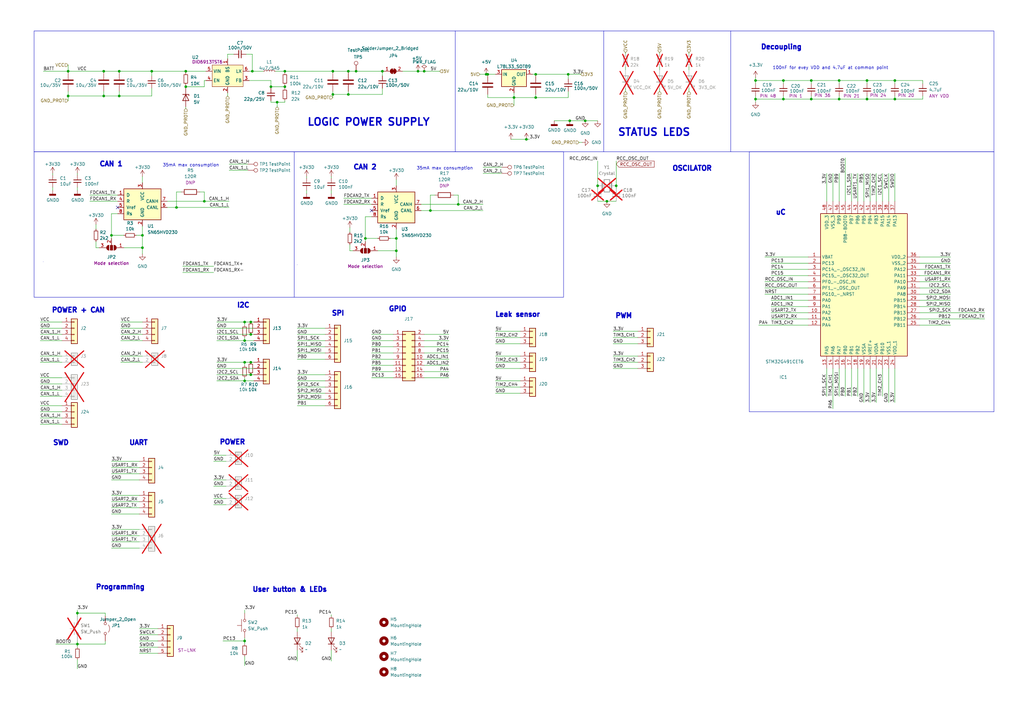
<source format=kicad_sch>
(kicad_sch (version 20231120) (generator "eeschema") (generator_version "8.0")
  (paper "A3")
  (junction (at 355.6 33.02))
  (junction (at 111.125 35.56))
  (junction (at 58.42 96.52))
  (junction (at 149.86 97.79))
  (junction (at 102.87 153.67))
  (junction (at 332.74 40.64))
  (junction (at 45.72 96.52))
  (junction (at 332.74 33.02))
  (junction (at 344.17 33.02))
  (junction (at 176.53 86.36))
  (junction (at 240.03 49.53))
  (junction (at 27.94 39.37))
  (junction (at 215.9 57.15))
  (junction (at 136.525 29.21))
  (junction (at 321.31 40.64))
  (junction (at 83.82 82.55))
  (junction (at 58.42 101.6))
  (junction (at 27.94 29.21))
  (junction (at 76.2 29.21))
  (junction (at 102.87 132.08))
  (junction (at 309.88 40.64))
  (junction (at 171.45 29.21))
  (junction (at 219.71 30.48))
  (junction (at 100.33 132.08))
  (junction (at 252.73 76.2))
  (junction (at 116.84 29.21))
  (junction (at 103.505 29.21))
  (junction (at 100.33 148.59))
  (junction (at 62.23 29.21))
  (junction (at 102.87 148.59))
  (junction (at 355.6 40.64))
  (junction (at 42.545 39.37))
  (junction (at 76.2 35.56))
  (junction (at 72.39 85.09))
  (junction (at 245.11 76.2))
  (junction (at 248.92 82.55))
  (junction (at 173.99 29.21))
  (junction (at 142.875 29.21))
  (junction (at 102.87 137.16))
  (junction (at 199.39 30.48))
  (junction (at 48.895 29.21))
  (junction (at 156.845 29.21))
  (junction (at 162.56 97.79))
  (junction (at 31.75 264.16))
  (junction (at 367.03 40.64))
  (junction (at 344.17 40.64))
  (junction (at 187.96 83.82))
  (junction (at 100.33 156.21))
  (junction (at 200.025 30.48))
  (junction (at 100.33 139.7))
  (junction (at 367.03 33.02))
  (junction (at 31.75 251.46))
  (junction (at 210.82 40.005))
  (junction (at 146.05 29.21))
  (junction (at 309.88 33.02))
  (junction (at 136.525 38.735))
  (junction (at 162.56 102.87))
  (junction (at 219.71 40.005))
  (junction (at 42.545 29.21))
  (junction (at 48.895 39.37))
  (junction (at 233.045 30.48))
  (junction (at 233.68 49.53))
  (junction (at 142.875 38.735))
  (junction (at 100.33 262.89))
  (junction (at 113.665 41.91))
  (junction (at 321.31 33.02))
  (junction (at 116.84 35.56))
  (no_connect (at 48.26 85.09))
  (no_connect (at 152.4 86.36))
  (wire (pts (xy 377.19 113.03) (xy 389.89 113.03)))
  (wire (pts (xy 43.18 252.73) (xy 43.18 251.46)))
  (wire (pts (xy 149.86 97.79) (xy 154.94 97.79)))
  (wire (pts (xy 252.73 76.2) (xy 252.73 77.47)))
  (wire (pts (xy 39.37 101.6) (xy 40.64 101.6)))
  (wire (pts (xy 125.73 78.105) (xy 125.73 79.375)))
  (wire (pts (xy 49.53 148.59) (xy 58.42 148.59)))
  (wire (pts (xy 45.72 96.52) (xy 45.72 97.79)))
  (wire (pts (xy 16.51 139.7) (xy 25.4 139.7)))
  (wire (pts (xy 152.4 154.94) (xy 161.29 154.94)))
  (wire (pts (xy 149.86 88.9) (xy 149.86 97.79)))
  (wire (pts (xy 121.92 158.75) (xy 133.35 158.75)))
  (wire (pts (xy 57.15 262.89) (xy 64.77 262.89)))
  (wire (pts (xy 316.23 110.49) (xy 331.47 110.49)))
  (wire (pts (xy 31.75 264.16) (xy 43.18 264.16)))
  (wire (pts (xy 332.74 39.37) (xy 332.74 40.64)))
  (wire (pts (xy 87.63 186.69) (xy 92.71 186.69)))
  (wire (pts (xy 367.03 151.13) (xy 367.03 165.1)))
  (wire (pts (xy 332.74 33.02) (xy 321.31 33.02)))
  (wire (pts (xy 367.03 71.12) (xy 367.03 82.55)))
  (wire (pts (xy 103.505 22.225) (xy 100.965 22.225)))
  (wire (pts (xy 45.72 217.17) (xy 57.15 217.17)))
  (wire (pts (xy 16.51 154.94) (xy 25.4 154.94)))
  (wire (pts (xy 76.2 35.56) (xy 76.2 36.195)))
  (wire (pts (xy 364.49 151.13) (xy 364.49 165.1)))
  (wire (pts (xy 88.9 153.67) (xy 102.87 153.67)))
  (wire (pts (xy 176.53 80.01) (xy 176.53 86.36)))
  (wire (pts (xy 100.33 154.94) (xy 100.33 156.21)))
  (wire (pts (xy 218.44 30.48) (xy 219.71 30.48)))
  (wire (pts (xy 62.23 39.37) (xy 62.23 36.195)))
  (wire (pts (xy 48.895 39.37) (xy 62.23 39.37)))
  (wire (pts (xy 49.53 146.05) (xy 58.42 146.05)))
  (wire (pts (xy 136.525 29.21) (xy 142.875 29.21)))
  (wire (pts (xy 200.025 30.48) (xy 203.2 30.48)))
  (wire (pts (xy 355.6 40.64) (xy 367.03 40.64)))
  (wire (pts (xy 57.15 265.43) (xy 64.77 265.43)))
  (wire (pts (xy 93.98 67.31) (xy 101.6 67.31)))
  (wire (pts (xy 332.74 33.02) (xy 344.17 33.02)))
  (wire (pts (xy 100.33 156.21) (xy 104.14 156.21)))
  (wire (pts (xy 102.235 29.21) (xy 103.505 29.21)))
  (wire (pts (xy 184.15 139.7) (xy 173.99 139.7)))
  (wire (pts (xy 377.19 120.65) (xy 389.89 120.65)))
  (wire (pts (xy 210.82 40.005) (xy 219.71 40.005)))
  (wire (pts (xy 309.88 39.37) (xy 309.88 40.64)))
  (wire (pts (xy 316.23 107.95) (xy 331.47 107.95)))
  (wire (pts (xy 16.51 137.16) (xy 25.4 137.16)))
  (wire (pts (xy 233.045 40.005) (xy 219.71 40.005)))
  (wire (pts (xy 88.9 134.62) (xy 104.14 134.62)))
  (wire (pts (xy 135.89 73.025) (xy 135.89 72.39)))
  (wire (pts (xy 351.79 71.12) (xy 351.79 82.55)))
  (wire (pts (xy 270.51 27.305) (xy 270.51 28.575)))
  (wire (pts (xy 16.51 162.56) (xy 25.4 162.56)))
  (wire (pts (xy 58.42 74.93) (xy 58.42 72.39)))
  (wire (pts (xy 364.49 71.12) (xy 364.49 82.55)))
  (wire (pts (xy 135.89 78.105) (xy 135.89 79.375)))
  (wire (pts (xy 332.74 40.64) (xy 321.31 40.64)))
  (wire (pts (xy 321.31 39.37) (xy 321.31 40.64)))
  (wire (pts (xy 173.99 149.86) (xy 184.15 149.86)))
  (wire (pts (xy 58.42 96.52) (xy 58.42 101.6)))
  (wire (pts (xy 27.94 29.21) (xy 42.545 29.21)))
  (wire (pts (xy 152.4 81.28) (xy 140.97 81.28)))
  (wire (pts (xy 100.33 132.08) (xy 100.33 133.35)))
  (wire (pts (xy 55.88 96.52) (xy 58.42 96.52)))
  (wire (pts (xy 125.73 73.025) (xy 125.73 72.39)))
  (wire (pts (xy 184.15 142.24) (xy 173.99 142.24)))
  (wire (pts (xy 100.33 269.24) (xy 100.33 273.05)))
  (wire (pts (xy 27.94 39.37) (xy 42.545 39.37)))
  (wire (pts (xy 135.89 266.7) (xy 135.89 271.145)))
  (wire (pts (xy 93.98 69.85) (xy 101.6 69.85)))
  (wire (pts (xy 92.71 207.01) (xy 87.63 207.01)))
  (wire (pts (xy 31.75 262.89) (xy 31.75 264.16)))
  (wire (pts (xy 16.51 173.99) (xy 25.4 173.99)))
  (wire (pts (xy 22.86 264.16) (xy 31.75 264.16)))
  (wire (pts (xy 121.92 137.16) (xy 133.35 137.16)))
  (wire (pts (xy 251.46 148.59) (xy 261.62 148.59)))
  (wire (pts (xy 83.82 35.56) (xy 83.82 33.02)))
  (wire (pts (xy 17.78 29.21) (xy 27.94 29.21)))
  (wire (pts (xy 332.74 34.29) (xy 332.74 33.02)))
  (wire (pts (xy 156.845 29.21) (xy 157.48 29.21)))
  (wire (pts (xy 116.84 41.91) (xy 116.84 41.275)))
  (wire (pts (xy 162.56 102.87) (xy 162.56 105.41)))
  (wire (pts (xy 87.63 199.39) (xy 92.71 199.39)))
  (wire (pts (xy 27.94 39.37) (xy 27.94 41.275)))
  (wire (pts (xy 76.2 29.21) (xy 84.455 29.21)))
  (wire (pts (xy 233.045 30.48) (xy 238.125 30.48)))
  (wire (pts (xy 203.2 138.43) (xy 213.36 138.43)))
  (wire (pts (xy 116.84 29.21) (xy 116.84 29.845)))
  (wire (pts (xy 50.8 101.6) (xy 58.42 101.6)))
  (wire (pts (xy 121.92 153.67) (xy 133.35 153.67)))
  (wire (pts (xy 42.545 39.37) (xy 48.895 39.37)))
  (wire (pts (xy 31.75 264.16) (xy 31.75 265.43)))
  (wire (pts (xy 49.53 137.16) (xy 58.42 137.16)))
  (wire (pts (xy 367.03 34.29) (xy 367.03 33.02)))
  (wire (pts (xy 135.89 252.095) (xy 135.89 252.73)))
  (wire (pts (xy 100.33 148.59) (xy 100.33 149.86)))
  (wire (pts (xy 42.545 29.21) (xy 42.545 29.845)))
  (wire (pts (xy 62.23 31.115) (xy 62.23 29.21)))
  (wire (pts (xy 203.2 156.21) (xy 213.36 156.21)))
  (wire (pts (xy 162.56 97.79) (xy 162.56 102.87)))
  (wire (pts (xy 178.435 80.01) (xy 176.53 80.01)))
  (wire (pts (xy 200.025 40.005) (xy 200.025 38.735)))
  (wire (pts (xy 68.58 82.55) (xy 83.82 82.55)))
  (wire (pts (xy 162.56 76.2) (xy 162.56 73.66)))
  (wire (pts (xy 152.4 147.32) (xy 161.29 147.32)))
  (wire (pts (xy 351.79 151.13) (xy 351.79 162.56)))
  (wire (pts (xy 172.72 83.82) (xy 187.96 83.82)))
  (wire (pts (xy 156.845 29.21) (xy 156.845 31.115)))
  (wire (pts (xy 256.54 27.305) (xy 256.54 28.575)))
  (wire (pts (xy 219.71 30.48) (xy 233.045 30.48)))
  (wire (pts (xy 152.4 152.4) (xy 161.29 152.4)))
  (polyline (pts (xy 186.69 12.7) (xy 186.69 62.23)))
  (wire (pts (xy 83.82 82.55) (xy 93.98 82.55)))
  (wire (pts (xy 184.15 152.4) (xy 173.99 152.4)))
  (wire (pts (xy 116.84 29.21) (xy 136.525 29.21)))
  (wire (pts (xy 143.51 102.87) (xy 143.51 100.33)))
  (wire (pts (xy 282.575 21.59) (xy 282.575 22.225)))
  (wire (pts (xy 377.19 133.35) (xy 389.89 133.35)))
  (wire (pts (xy 87.63 196.85) (xy 92.71 196.85)))
  (wire (pts (xy 210.82 40.005) (xy 200.025 40.005)))
  (wire (pts (xy 136.525 29.21) (xy 136.525 29.845)))
  (wire (pts (xy 57.15 257.81) (xy 64.77 257.81)))
  (wire (pts (xy 88.9 151.13) (xy 104.14 151.13)))
  (wire (pts (xy 49.53 139.7) (xy 58.42 139.7)))
  (wire (pts (xy 316.23 128.27) (xy 331.47 128.27)))
  (wire (pts (xy 198.12 71.12) (xy 205.74 71.12)))
  (wire (pts (xy 377.19 105.41) (xy 389.89 105.41)))
  (wire (pts (xy 377.19 118.11) (xy 389.89 118.11)))
  (polyline (pts (xy 120.65 62.23) (xy 120.65 121.92)))
  (wire (pts (xy 245.11 76.2) (xy 245.11 77.47)))
  (wire (pts (xy 45.72 194.31) (xy 57.15 194.31)))
  (wire (pts (xy 45.72 210.82) (xy 57.15 210.82)))
  (wire (pts (xy 240.03 49.53) (xy 245.11 49.53)))
  (wire (pts (xy 45.72 191.77) (xy 57.15 191.77)))
  (wire (pts (xy 332.74 40.64) (xy 344.17 40.64)))
  (wire (pts (xy 209.55 57.15) (xy 215.9 57.15)))
  (wire (pts (xy 121.92 144.78) (xy 133.35 144.78)))
  (wire (pts (xy 309.88 31.75) (xy 309.88 33.02)))
  (wire (pts (xy 377.19 110.49) (xy 389.89 110.49)))
  (wire (pts (xy 135.89 257.81) (xy 135.89 259.08)))
  (wire (pts (xy 74.93 111.76) (xy 87.63 111.76)))
  (wire (pts (xy 154.94 102.87) (xy 162.56 102.87)))
  (wire (pts (xy 36.83 80.01) (xy 48.26 80.01)))
  (wire (pts (xy 113.665 41.91) (xy 116.84 41.91)))
  (wire (pts (xy 62.23 29.21) (xy 48.895 29.21)))
  (wire (pts (xy 339.09 151.13) (xy 339.09 162.56)))
  (wire (pts (xy 176.53 86.36) (xy 198.12 86.36)))
  (wire (pts (xy 252.73 66.04) (xy 252.73 76.2)))
  (wire (pts (xy 76.2 35.56) (xy 83.82 35.56)))
  (wire (pts (xy 88.9 156.21) (xy 100.33 156.21)))
  (wire (pts (xy 121.92 163.83) (xy 133.35 163.83)))
  (wire (pts (xy 16.51 157.48) (xy 25.4 157.48)))
  (wire (pts (xy 57.15 260.35) (xy 64.77 260.35)))
  (wire (pts (xy 152.4 149.86) (xy 161.29 149.86)))
  (wire (pts (xy 251.46 146.05) (xy 261.62 146.05)))
  (wire (pts (xy 367.03 33.02) (xy 378.46 33.02)))
  (wire (pts (xy 88.9 132.08) (xy 100.33 132.08)))
  (wire (pts (xy 184.15 144.78) (xy 173.99 144.78)))
  (wire (pts (xy 282.575 36.195) (xy 282.575 37.465)))
  (wire (pts (xy 321.31 34.29) (xy 321.31 33.02)))
  (wire (pts (xy 43.18 262.89) (xy 43.18 264.16)))
  (wire (pts (xy 378.46 39.37) (xy 378.46 40.64)))
  (wire (pts (xy 27.94 26.67) (xy 27.94 29.21)))
  (wire (pts (xy 146.05 29.21) (xy 156.845 29.21)))
  (wire (pts (xy 346.71 64.77) (xy 346.71 82.55)))
  (wire (pts (xy 143.51 102.87) (xy 144.78 102.87)))
  (wire (pts (xy 184.15 137.16) (xy 173.99 137.16)))
  (wire (pts (xy 102.87 153.67) (xy 104.14 153.67)))
  (wire (pts (xy 251.46 151.13) (xy 261.62 151.13)))
  (wire (pts (xy 45.72 87.63) (xy 45.72 96.52)))
  (wire (pts (xy 93.345 22.225) (xy 93.345 24.13)))
  (wire (pts (xy 102.87 132.08) (xy 104.14 132.08)))
  (wire (pts (xy 238.76 58.42) (xy 237.49 58.42)))
  (wire (pts (xy 142.875 29.21) (xy 146.05 29.21)))
  (wire (pts (xy 321.31 40.64) (xy 309.88 40.64)))
  (wire (pts (xy 377.19 115.57) (xy 389.89 115.57)))
  (wire (pts (xy 100.33 132.08) (xy 102.87 132.08)))
  (wire (pts (xy 95.885 22.225) (xy 93.345 22.225)))
  (wire (pts (xy 377.19 128.27) (xy 403.86 128.27)))
  (wire (pts (xy 251.46 140.97) (xy 261.62 140.97)))
  (wire (pts (xy 87.63 189.23) (xy 92.71 189.23)))
  (wire (pts (xy 21.59 71.755) (xy 21.59 71.12)))
  (wire (pts (xy 100.33 261.62) (xy 100.33 262.89)))
  (wire (pts (xy 113.03 29.21) (xy 116.84 29.21)))
  (wire (pts (xy 316.23 125.73) (xy 331.47 125.73)))
  (wire (pts (xy 227.33 49.53) (xy 233.68 49.53)))
  (wire (pts (xy 103.505 22.225) (xy 103.505 29.21)))
  (wire (pts (xy 76.2 29.21) (xy 76.2 29.845)))
  (wire (pts (xy 282.575 27.305) (xy 282.575 28.575)))
  (wire (pts (xy 233.045 30.48) (xy 233.045 32.385)))
  (wire (pts (xy 121.92 142.24) (xy 133.35 142.24)))
  (wire (pts (xy 165.1 29.21) (xy 171.45 29.21)))
  (wire (pts (xy 270.51 21.59) (xy 270.51 22.225)))
  (wire (pts (xy 142.875 29.21) (xy 142.875 29.845)))
  (wire (pts (xy 245.11 82.55) (xy 248.92 82.55)))
  (wire (pts (xy 184.15 154.94) (xy 173.99 154.94)))
  (wire (pts (xy 359.41 71.12) (xy 359.41 82.55)))
  (wire (pts (xy 377.19 123.19) (xy 389.89 123.19)))
  (wire (pts (xy 113.665 43.815) (xy 113.665 41.91)))
  (wire (pts (xy 121.92 161.29) (xy 133.35 161.29)))
  (wire (pts (xy 361.95 71.12) (xy 361.95 82.55)))
  (wire (pts (xy 27.94 29.845) (xy 27.94 29.21)))
  (wire (pts (xy 173.99 29.21) (xy 180.34 29.21)))
  (wire (pts (xy 152.4 137.16) (xy 161.29 137.16)))
  (wire (pts (xy 156.845 38.735) (xy 156.845 36.195)))
  (wire (pts (xy 210.82 40.005) (xy 210.82 43.18)))
  (wire (pts (xy 339.09 71.12) (xy 339.09 82.55)))
  (wire (pts (xy 219.71 40.005) (xy 219.71 38.735)))
  (wire (pts (xy 16.51 134.62) (xy 25.4 134.62)))
  (wire (pts (xy 344.17 34.29) (xy 344.17 33.02)))
  (wire (pts (xy 16.51 168.91) (xy 25.4 168.91)))
  (wire (pts (xy 27.94 37.465) (xy 27.94 39.37)))
  (wire (pts (xy 31.75 270.51) (xy 31.75 274.32)))
  (wire (pts (xy 121.92 156.21) (xy 133.35 156.21)))
  (wire (pts (xy 111.125 35.56) (xy 111.125 36.195)))
  (wire (pts (xy 152.4 142.24) (xy 161.29 142.24)))
  (wire (pts (xy 111.125 41.275) (xy 111.125 41.91)))
  (wire (pts (xy 198.12 68.58) (xy 205.74 68.58)))
  (wire (pts (xy 43.18 251.46) (xy 31.75 251.46)))
  (wire (pts (xy 81.915 78.74) (xy 83.82 78.74)))
  (wire (pts (xy 378.46 34.29) (xy 378.46 33.02)))
  (wire (pts (xy 121.92 147.32) (xy 133.35 147.32)))
  (wire (pts (xy 160.02 97.79) (xy 162.56 97.79)))
  (wire (pts (xy 152.4 144.78) (xy 161.29 144.78)))
  (wire (pts (xy 121.92 252.095) (xy 121.92 252.73)))
  (wire (pts (xy 245.11 66.04) (xy 245.11 76.2)))
  (wire (pts (xy 321.31 33.02) (xy 309.88 33.02)))
  (wire (pts (xy 36.83 82.55) (xy 48.26 82.55)))
  (wire (pts (xy 313.69 105.41) (xy 331.47 105.41)))
  (wire (pts (xy 57.15 267.97) (xy 64.77 267.97)))
  (wire (pts (xy 152.4 83.82) (xy 140.97 83.82)))
  (wire (pts (xy 121.92 166.37) (xy 133.35 166.37)))
  (wire (pts (xy 58.42 92.71) (xy 58.42 96.52)))
  (wire (pts (xy 256.54 21.59) (xy 256.54 22.225)))
  (wire (pts (xy 136.525 38.735) (xy 142.875 38.735)))
  (wire (pts (xy 142.875 38.735) (xy 142.875 37.465)))
  (wire (pts (xy 31.75 76.835) (xy 31.75 78.105)))
  (wire (pts (xy 142.875 38.735) (xy 156.845 38.735)))
  (wire (pts (xy 355.6 34.29) (xy 355.6 33.02)))
  (wire (pts (xy 74.295 78.74) (xy 72.39 78.74)))
  (wire (pts (xy 83.82 78.74) (xy 83.82 82.55)))
  (wire (pts (xy 196.85 30.48) (xy 199.39 30.48)))
  (wire (pts (xy 31.75 251.46) (xy 31.75 252.73)))
  (wire (pts (xy 311.15 133.35) (xy 331.47 133.35)))
  (wire (pts (xy 45.72 208.28) (xy 57.15 208.28)))
  (wire (pts (xy 72.39 85.09) (xy 93.98 85.09)))
  (wire (pts (xy 48.895 29.21) (xy 48.895 29.845)))
  (wire (pts (xy 16.51 146.05) (xy 25.4 146.05)))
  (wire (pts (xy 377.19 130.81) (xy 403.86 130.81)))
  (wire (pts (xy 270.51 36.195) (xy 270.51 37.465)))
  (wire (pts (xy 116.84 35.56) (xy 111.125 35.56)))
  (wire (pts (xy 31.75 250.19) (xy 31.75 251.46)))
  (wire (pts (xy 121.92 139.7) (xy 133.35 139.7)))
  (wire (pts (xy 248.92 82.55) (xy 252.73 82.55)))
  (wire (pts (xy 355.6 40.64) (xy 344.17 40.64)))
  (wire (pts (xy 316.23 113.03) (xy 331.47 113.03)))
  (wire (pts (xy 39.37 92.075) (xy 39.37 93.98)))
  (wire (pts (xy 116.84 35.56) (xy 116.84 36.195)))
  (wire (pts (xy 100.33 138.43) (xy 100.33 139.7)))
  (wire (pts (xy 149.86 97.79) (xy 149.86 99.06)))
  (wire (pts (xy 111.125 33.02) (xy 102.235 33.02)))
  (wire (pts (xy 356.87 151.13) (xy 356.87 165.1)))
  (polyline (pts (xy 121.92 108.585) (xy 121.92 108.585)))
  (wire (pts (xy 76.2 43.815) (xy 76.2 44.45)))
  (wire (pts (xy 58.42 101.6) (xy 58.42 104.14)))
  (wire (pts (xy 162.56 93.98) (xy 162.56 97.79)))
  (wire (pts (xy 152.4 139.7) (xy 161.29 139.7)))
  (wire (pts (xy 344.17 151.13) (xy 344.17 162.56)))
  (wire (pts (xy 344.17 71.12) (xy 344.17 82.55)))
  (wire (pts (xy 136.525 38.735) (xy 136.525 40.005)))
  (wire (pts (xy 39.37 101.6) (xy 39.37 99.06)))
  (wire (pts (xy 45.72 87.63) (xy 48.26 87.63)))
  (wire (pts (xy 171.45 29.21) (xy 173.99 29.21)))
  (wire (pts (xy 203.2 135.89) (xy 213.36 135.89)))
  (wire (pts (xy 121.92 134.62) (xy 133.35 134.62)))
  (wire (pts (xy 111.125 41.91) (xy 113.665 41.91)))
  (wire (pts (xy 16.51 132.08) (xy 25.4 132.08)))
  (wire (pts (xy 173.99 147.32) (xy 184.15 147.32)))
  (wire (pts (xy 88.9 139.7) (xy 100.33 139.7)))
  (wire (pts (xy 354.33 71.12) (xy 354.33 82.55)))
  (wire (pts (xy 21.59 76.835) (xy 21.59 78.105)))
  (wire (pts (xy 100.33 148.59) (xy 102.87 148.59)))
  (wire (pts (xy 91.44 262.89) (xy 100.33 262.89)))
  (wire (pts (xy 16.51 166.37) (xy 25.4 166.37)))
  (wire (pts (xy 45.72 205.74) (xy 57.15 205.74)))
  (wire (pts (xy 356.87 71.12) (xy 356.87 82.55)))
  (wire (pts (xy 203.2 151.13) (xy 213.36 151.13)))
  (wire (pts (xy 100.33 139.7) (xy 104.14 139.7)))
  (wire (pts (xy 68.58 85.09) (xy 72.39 85.09)))
  (wire (pts (xy 316.23 123.19) (xy 331.47 123.19)))
  (wire (pts (xy 100.33 262.89) (xy 100.33 264.16)))
  (wire (pts (xy 367.03 39.37) (xy 367.03 40.64)))
  (wire (pts (xy 136.525 37.465) (xy 136.525 38.735)))
  (wire (pts (xy 355.6 33.02) (xy 367.03 33.02)))
  (wire (pts (xy 256.54 36.195) (xy 256.54 37.465)))
  (wire (pts (xy 45.72 222.25) (xy 57.15 222.25)))
  (wire (pts (xy 377.19 125.73) (xy 389.89 125.73)))
  (wire (pts (xy 76.2 34.925) (xy 76.2 35.56)))
  (wire (pts (xy 316.23 130.81) (xy 331.47 130.81)))
  (wire (pts (xy 102.87 137.16) (xy 104.14 137.16)))
  (wire (pts (xy 88.9 148.59) (xy 100.33 148.59)))
  (wire (pts (xy 355.6 39.37) (xy 355.6 40.64)))
  (wire (pts (xy 72.39 78.74) (xy 72.39 85.09)))
  (wire (pts (xy 92.71 204.47) (xy 87.63 204.47)))
  (wire (pts (xy 367.03 40.64) (xy 378.46 40.64)))
  (wire (pts (xy 361.95 151.13) (xy 361.95 162.56)))
  (wire (pts (xy 313.69 120.65) (xy 331.47 120.65)))
  (wire (pts (xy 116.84 34.925) (xy 116.84 35.56)))
  (wire (pts (xy 111.125 35.56) (xy 111.125 33.02)))
  (wire (pts (xy 100.33 250.19) (xy 100.33 251.46)))
  (wire (pts (xy 45.72 224.79) (xy 57.15 224.79)))
  (wire (pts (xy 31.75 71.755) (xy 31.75 71.12)))
  (polyline (pts (xy 17.78 107.315) (xy 17.78 107.315)))
  (wire (pts (xy 354.33 151.13) (xy 354.33 165.1)))
  (wire (pts (xy 203.2 146.05) (xy 213.36 146.05)))
  (wire (pts (xy 203.2 148.59) (xy 213.36 148.59)))
  (wire (pts (xy 219.71 30.48) (xy 219.71 31.115)))
  (wire (pts (xy 172.72 86.36) (xy 176.53 86.36)))
  (wire (pts (xy 49.53 134.62) (xy 58.42 134.62)))
  (wire (pts (xy 42.545 29.21) (xy 48.895 29.21)))
  (wire (pts (xy 203.2 140.97) (xy 213.36 140.97)))
  (wire (pts (xy 83.82 33.02) (xy 84.455 33.02)))
  (wire (pts (xy 200.025 30.48) (xy 200.025 31.115)))
  (wire (pts (xy 187.96 80.01) (xy 187.96 83.82)))
  (wire (pts (xy 199.39 30.48) (xy 200.025 30.48)))
  (wire (pts (xy 62.23 29.21) (xy 76.2 29.21)))
  (wire (pts (xy 103.505 29.21) (xy 107.95 29.21)))
  (wire (pts (xy 143.51 93.345) (xy 143.51 95.25)))
  (wire (pts (xy 251.46 138.43) (xy 261.62 138.43)))
  (wire (pts (xy 233.68 49.53) (xy 240.03 49.53)))
  (wire (pts (xy 45.72 219.71) (xy 57.15 219.71)))
  (wire (pts (xy 313.69 115.57) (xy 331.47 115.57)))
  (wire (pts (xy 102.87 148.59) (xy 104.14 148.59)))
  (wire (pts (xy 93.345 38.1) (xy 93.345 39.37)))
  (wire (pts (xy 49.53 132.08) (xy 58.42 132.08)))
  (wire (pts (xy 203.2 158.75) (xy 213.36 158.75)))
  (wire (pts (xy 309.88 33.02) (xy 309.88 34.29)))
  (wire (pts (xy 251.46 135.89) (xy 261.62 135.89)))
  (wire (pts (xy 45.72 196.85) (xy 57.15 196.85)))
  (wire (pts (xy 344.17 39.37) (xy 344.17 40.64)))
  (wire (pts (xy 45.72 203.2) (xy 57.15 203.2)))
  (wire (pts (xy 121.92 266.7) (xy 121.92 271.145)))
  (wire (pts (xy 341.63 71.12) (xy 341.63 82.55)))
  (wire (pts (xy 309.88 40.64) (xy 309.88 41.91)))
  (polyline (pts (xy 299.72 12.7) (xy 299.72 62.23)))
  (wire (pts (xy 346.71 151.13) (xy 346.71 162.56)))
  (wire (pts (xy 349.25 151.13) (xy 349.25 162.56)))
  (wire (pts (xy 45.72 189.23) (xy 57.15 189.23)))
  (wire (pts (xy 203.2 161.29) (xy 213.36 161.29)))
  (wire (pts (xy 42.545 37.465) (xy 42.545 39.37)))
  (wire (pts (xy 149.86 88.9) (xy 152.4 88.9)))
  (wire (pts (xy 187.96 83.82) (xy 198.12 83.82)))
  (wire (pts (xy 215.9 57.15) (xy 217.17 57.15)))
  (wire (pts (xy 16.51 171.45) (xy 25.4 171.45)))
  (wire (pts (xy 45.72 96.52) (xy 50.8 96.52)))
  (wire (pts (xy 48.895 39.37) (xy 48.895 37.465)))
  (wire (pts (xy 313.69 118.11) (xy 331.47 118.11)))
  (wire (pts (xy 377.19 107.95) (xy 389.89 107.95)))
  (wire (pts (xy 210.82 38.1) (xy 210.82 40.005)))
  (wire (pts (xy 88.9 137.16) (xy 102.87 137.16)))
  (wire (pts (xy 359.41 151.13) (xy 359.41 165.1)))
  (wire (pts (xy 349.25 71.12) (xy 349.25 82.55)))
  (wire (pts (xy 186.055 80.01) (xy 187.96 80.01)))
  (wire (pts (xy 16.51 148.59) (xy 25.4 148.59)))
  (wire (pts (xy 74.93 109.22) (xy 87.63 109.22)))
  (polyline (pts (xy 247.65 12.7) (xy 247.65 62.23)))
  (wire (pts (xy 233.045 37.465) (xy 233.045 40.005)))
  (wire (pts (xy 16.51 160.02) (xy 25.4 160.02)))
  (wire (pts (xy 355.6 33.02) (xy 344.17 33.02)))
  (wire (pts (xy 121.92 257.81) (xy 121.92 259.08)))
  (wire (pts (xy 341.63 151.13) (xy 341.63 167.64)))
  (rectangle (start 13.97 62.23) (end 231.14 121.92))
  (rectangle (start 307.34 62.23) (end 407.67 168.91))
  (rectangle (start 13.97 12.7) (end 407.67 62.23))
  (text "CAN 1" (at 40.64 68.58 0) (effects (font (size 2 2) (thickness 0.6) (bold yes)) (justify left bottom)))
  (text "GPIO" (at 159.258 128.016 0) (effects (font (size 2 2) (thickness 0.6) (bold yes)) (justify left bottom)))
  (text "CAN 2" (at 144.78 69.85 0) (effects (font (size 2 2) (thickness 0.6) (bold yes)) (justify left bottom)))
  (text "User button & LEDs" (at 103.378 243.078 0) (effects (font (size 2 2) (thickness 0.6) (bold yes)) (justify left bottom)))
  (text "35mA max consumption" (at 66.675 68.58 0) (effects (font (size 1.27 1.27)) (justify left bottom)))
  (text "OSCILATOR" (at 275.59 70.358 0) (effects (font (size 2 2) (thickness 0.6) (bold yes)) (justify left bottom)))
  (text "SWD" (at 21.59 182.88 0) (effects (font (size 2 2) (thickness 0.6) (bold yes)) (justify left bottom)))
  (text "100nF for evey VDD and 4.7uF at common point" (at 340.614 27.94 0) (effects (font (size 1.27 1.27))))
  (text "I2C" (at 97.028 126.492 0) (effects (font (size 2 2) (thickness 0.6) (bold yes)) (justify left bottom)))
  (text "SPI" (at 135.89 129.794 0) (effects (font (size 2 2) (thickness 0.6) (bold yes)) (justify left bottom)))
  (text "STATUS LEDS" (at 253.238 56.134 0) (effects (font (size 3 3) (thickness 0.6) (bold yes)) (justify left bottom)))
  (text "uC" (at 318.008 88.392 0) (effects (font (size 2 2) (thickness 0.6) (bold yes)) (justify left bottom)))
  (text "PWM" (at 252.222 130.81 0) (effects (font (size 2 2) (thickness 0.6) (bold yes)) (justify left bottom)))
  (text "Programming" (at 39.116 242.062 0) (effects (font (size 2 2) (thickness 0.6) (bold yes)) (justify left bottom)))
  (text "POWER" (at 89.916 182.626 0) (effects (font (size 2 2) (thickness 0.6) (bold yes)) (justify left bottom)))
  (text "UART" (at 52.832 182.88 0) (effects (font (size 2 2) (thickness 0.6) (bold yes)) (justify left bottom)))
  (text "35mA max consumption" (at 170.815 69.85 0) (effects (font (size 1.27 1.27)) (justify left bottom)))
  (text "LOGIC POWER SUPPLY" (at 125.857 51.943 0) (effects (font (size 3 3) (thickness 0.6) (bold yes)) (justify left bottom)))
  (text "POWER + CAN" (at 21.082 128.524 0) (effects (font (size 2 2) (thickness 0.6) (bold yes)) (justify left bottom)))
  (text "Decoupling" (at 311.912 20.574 0) (effects (font (size 2 2) (thickness 0.6) (bold yes)) (justify left bottom)))
  (text "Leak sensor" (at 202.946 130.302 0) (effects (font (size 2 2) (thickness 0.6) (bold yes)) (justify left bottom)))
  (label "GND" (at 87.63 199.39 0))
  (label "SPI2_MISO" (at 389.89 125.73 180))
  (label "3.3V" (at 184.15 139.7 180))
  (label "PB9" (at 344.17 71.12 270))
  (label "GND" (at 31.75 274.32 0))
  (label "3.3V" (at 389.89 105.41 180))
  (label "TIM3_CH1" (at 341.63 162.56 90))
  (label "GND" (at 88.9 134.62 0))
  (label "GND" (at 203.2 151.13 0))
  (label "FDCAN1_TX+" (at 87.63 109.22 0))
  (label "GND" (at 16.51 168.91 0))
  (label "5V" (at 203.2 156.21 0))
  (label "CAN_2_L" (at 198.12 86.36 180))
  (label "VCC" (at 87.63 204.47 0))
  (label "TIM3_CH2" (at 316.23 133.35 0))
  (label "USART2_RX" (at 45.72 205.74 0))
  (label "I2C1_SDA" (at 88.9 139.7 0))
  (label "CAN_1_L" (at 93.98 69.85 0))
  (label "USART2_RX" (at 316.23 130.81 0))
  (label "SWCLK" (at 57.15 260.35 0))
  (label "CAN_1_L" (at 16.51 173.99 0))
  (label "CAN_2_H" (at 198.12 83.82 180))
  (label "I2C1_SCL" (at 361.95 71.12 270))
  (label "GND" (at 354.33 165.1 90))
  (label "USART1_TX" (at 45.72 194.31 0))
  (label "PB0" (at 346.71 162.56 90))
  (label "3.3V" (at 31.75 250.19 0))
  (label "I2C2_SDA" (at 389.89 120.65 180))
  (label "CAN_1_L" (at 16.51 148.59 0))
  (label "GND" (at 251.46 140.97 0))
  (label "PB1" (at 152.4 144.78 0))
  (label "GND" (at 88.9 151.13 0))
  (label "SPI2_MOSI" (at 389.89 123.19 180))
  (label "PC13" (at 152.4 154.94 0))
  (label "GND" (at 389.89 107.95 180))
  (label "PB2" (at 152.4 147.32 0))
  (label "PB5" (at 152.4 149.86 0))
  (label "CAN_1_L" (at 16.51 139.7 0))
  (label "I2C2_SDA" (at 88.9 156.21 0))
  (label "GND" (at 16.51 157.48 0))
  (label "GND" (at 121.92 271.145 180))
  (label "SWDIO" (at 367.03 71.12 270))
  (label "PB1" (at 121.92 166.37 0))
  (label "FDCAN1_TX" (at 36.83 80.01 0))
  (label "FDCAN1_RX" (at 74.93 111.76 0))
  (label "3.3V" (at 45.72 217.17 0))
  (label "PB2" (at 351.79 162.56 90))
  (label "TIM2_CH2" (at 203.2 138.43 0))
  (label "ADC1_IN1" (at 184.15 147.32 180))
  (label "PB0" (at 121.92 147.32 0))
  (label "3.3V" (at 87.63 196.85 0))
  (label "GND" (at 57.15 262.89 0))
  (label "3.3V" (at 356.87 165.1 90))
  (label "PA6" (at 341.63 167.64 90))
  (label "3.3V" (at 100.33 250.19 0))
  (label "ADC1_IN2" (at 316.23 125.73 0))
  (label "ADC1_IN1" (at 316.23 123.19 0))
  (label "GND" (at 135.89 271.145 180))
  (label "3.3V" (at 88.9 148.59 0))
  (label "3.3V" (at 45.72 203.2 0))
  (label "PA6" (at 184.15 154.94 180))
  (label "FDCAN2_RX" (at 403.86 128.27 180))
  (label "3.3V" (at 234.95 30.48 0))
  (label "TIM3_CH1" (at 251.46 138.43 0))
  (label "RCC_OSC_IN" (at 245.11 66.04 180))
  (label "USART1_RX" (at 45.72 219.71 0))
  (label "FDCAN1_RX" (at 36.83 82.55 0))
  (label "5V" (at 203.2 135.89 0))
  (label "GND" (at 341.63 71.12 270))
  (label "CAN_2_H" (at 198.12 68.58 0))
  (label "I2C1_SCL" (at 88.9 137.16 0))
  (label "3.3V" (at 367.03 165.1 90))
  (label "PB0" (at 152.4 142.24 0))
  (label "PC13" (at 91.44 262.89 0))
  (label "PC14" (at 135.89 252.095 180))
  (label "GND" (at 152.4 139.7 0))
  (label "GND" (at 203.2 161.29 0))
  (label "CAN_2_L" (at 49.53 148.59 0))
  (label "SPI1_MISO" (at 121.92 142.24 0))
  (label "3.3V" (at 88.9 132.08 0))
  (label "USART1_TX" (at 45.72 222.25 0))
  (label "USART1_TX" (at 351.79 71.12 270))
  (label "USART1_RX" (at 389.89 115.57 180))
  (label "BOOT0" (at 346.71 64.77 270))
  (label "TIM2_CH4" (at 389.89 133.35 180))
  (label "VCC" (at 16.51 154.94 0))
  (label "NRST" (at 313.69 120.65 0))
  (label "PB1" (at 349.25 162.56 90))
  (label "GND" (at 45.72 196.85 0))
  (label "FDCAN2_TX" (at 403.86 130.81 180))
  (label "TIM2_CH4" (at 203.2 158.75 0))
  (label "3.3V" (at 359.41 165.1 90))
  (label "TIM2_CH3" (at 361.95 162.56 90))
  (label "SWCLK" (at 364.49 71.12 270))
  (label "GND" (at 152.4 137.16 0))
  (label "3.3V" (at 121.92 153.67 0))
  (label "PB9" (at 152.4 152.4 0))
  (label "FDCAN1_RX-" (at 87.63 111.76 0))
  (label "5V" (at 176.53 29.21 0))
  (label "3.3V" (at 45.72 189.23 0))
  (label "SPI1_SCK" (at 339.09 162.56 90))
  (label "5V" (at 184.15 137.16 180))
  (label "RCC_OSC_OUT" (at 252.73 66.04 0))
  (label "CAN_1_L" (at 93.98 85.09 180))
  (label "SPI1_SCK" (at 121.92 139.7 0))
  (label "3.3V" (at 251.46 135.89 0))
  (label "GND" (at 49.53 134.62 0))
  (label "GND" (at 45.72 224.79 0))
  (label "GND" (at 251.46 151.13 0))
  (label "3.3V" (at 217.17 57.15 0))
  (label "FDCAN1_TX" (at 389.89 110.49 180))
  (label "GND" (at 16.51 134.62 0))
  (label "TIM2_CH3" (at 203.2 148.59 0))
  (label "PC14" (at 316.23 110.49 0))
  (label "NRST" (at 57.15 267.97 0))
  (label "GND" (at 87.63 207.01 0))
  (label "PC15" (at 316.23 113.03 0))
  (label "PA4" (at 184.15 152.4 180))
  (label "USART2_TX" (at 45.72 208.28 0))
  (label "SPI1_MOSI" (at 121.92 144.78 0))
  (label "CAN_2_H" (at 49.53 137.16 0))
  (label "SPI2_MOSI" (at 121.92 163.83 0))
  (label "SWDIO" (at 57.15 265.43 0))
  (label "3.3V" (at 339.09 71.12 270))
  (label "TIM3_CH2" (at 251.46 148.59 0))
  (label "SPI2_SCK" (at 121.92 158.75 0))
  (label "SPI2_MISO" (at 121.92 161.29 0))
  (label "PC14" (at 184.15 142.24 180))
  (label "VCC" (at 16.51 166.37 0))
  (label "CAN_1_H" (at 16.51 146.05 0))
  (label "SPI1_MOSI" (at 344.17 162.56 90))
  (label "GND" (at 203.2 140.97 0))
  (label "SPI1_MISO" (at 356.87 71.12 270))
  (label "I2C2_SCL" (at 389.89 118.11 180))
  (label "GND" (at 121.92 137.16 0))
  (label "3.3V" (at 57.15 257.81 0))
  (label "GND" (at 100.33 273.05 0))
  (label "FDCAN2_TX" (at 140.97 81.28 0))
  (label "CAN_1_H" (at 16.51 160.02 0))
  (label "ADC1_IN2" (at 184.15 149.86 180))
  (label "CAN_1_H" (at 16.51 137.16 0))
  (label "PC13" (at 316.23 107.95 0))
  (label "GND" (at 364.49 165.1 90))
  (label "CAN_2_H" (at 49.53 146.05 0))
  (label "CAN_2_L" (at 49.53 139.7 0))
  (label "PC15" (at 184.15 144.78 180))
  (label "CAN_1_H" (at 93.98 67.31 0))
  (label "CAN_1_H" (at 93.98 82.55 180))
  (label "FDCAN2_RX" (at 140.97 83.82 0))
  (label "3.3V" (at 313.69 105.41 0))
  (label "VCC" (at 49.53 132.08 0))
  (label "PA4" (at 311.15 133.35 0))
  (label "USART1_RX" (at 45.72 191.77 0))
  (label "FDCAN1_RX" (at 389.89 113.03 180))
  (label "3.3V" (at 251.46 146.05 0))
  (label "CAN_1_L" (at 16.51 162.56 0))
  (label "I2C2_SCL" (at 88.9 153.67 0))
  (label "GND" (at 240.03 49.53 180))
  (label "GND" (at 121.92 156.21 0))
  (label "CAN_2_L" (at 198.12 71.12 0))
  (label "FDCAN1_TX" (at 74.93 109.22 0))
  (label "VCC" (at 31.75 29.21 0))
  (label "TIM2_CH2" (at 359.41 71.12 270))
  (label "PC15" (at 121.92 252.095 180))
  (label "RCC_OSC_OUT" (at 313.69 118.11 0))
  (label "GND" (at 45.72 210.82 0))
  (label "USART2_TX" (at 316.23 128.27 0))
  (label "RCC_OSC_IN" (at 313.69 115.57 0))
  (label "CAN_1_H" (at 16.51 171.45 0))
  (label "BATT" (at 17.78 29.21 0))
  (label "PB5" (at 354.33 71.12 270))
  (label "I2C1_SDA" (at 349.25 71.12 270))
  (label "3.3V" (at 121.92 134.62 0))
  (label "PB12" (at 384.81 130.81 0))
  (label "SPI2_SCK" (at 381 128.27 0))
  (label "BOOT0" (at 22.86 264.16 0))
  (label "VCC" (at 16.51 132.08 0))
  (label "5V" (at 87.63 186.69 0))
  (label "GND" (at 87.63 189.23 0))
  (label "5V" (at 203.2 146.05 0))
  (global_label "RCC_OSC_OUT" (shape input) (at 252.73 67.31 0) (property "Intersheetrefs" "${INTERSHEET_REFS}" (effects (hide yes))))
  (hierarchical_label "GND_PROT" (shape input) (at 27.94 41.275 180))
  (hierarchical_label "GND_PROT" (shape input) (at 93.345 39.37 270))
  (hierarchical_label "GND_PROT" (shape input) (at 136.525 40.005 180))
  (hierarchical_label "VCC" (shape input) (at 256.54 21.59 90))
  (hierarchical_label "5V" (shape input) (at 196.85 30.48 180))
  (hierarchical_label "GND_PROT" (shape input) (at 237.49 58.42 180))
  (hierarchical_label "GND_PROT" (shape input) (at 270.51 37.465 270))
  (hierarchical_label "GND_PROT" (shape input) (at 76.2 44.45 270))
  (hierarchical_label "GND_PROT" (shape input) (at 282.575 37.465 270))
  (hierarchical_label "GND_PROT" (shape input) (at 210.82 43.18 180))
  (hierarchical_label "5V" (shape input) (at 270.51 21.59 90))
  (hierarchical_label "3V3" (shape input) (at 282.575 21.59 90))
  (hierarchical_label "3V3" (shape input) (at 238.125 30.48 0))
  (hierarchical_label "VCC" (shape input) (at 27.94 26.67 180))
  (hierarchical_label "GND_PROT" (shape input) (at 256.54 37.465 270))
  (hierarchical_label "GND_PROT" (shape input) (at 113.665 43.815 270))
  (hierarchical_label "5V" (shape input) (at 180.34 29.21 0))
  (symbol (lib_id "Device:C_Small") (at 98.425 22.225 270) (unit 1)
    (property "Reference" "C7" (at 98.4186 17.653 90))
    (property "Value" "100n/50V" (at 98.4186 19.574 90))
    (property "Footprint" "Capacitor_SMD:C_0603_1608Metric_Pad1.08x0.95mm_HandSolder" (effects (hide yes)))
  )
  (symbol (lib_id "Device:R_Small") (at 31.75 267.97 0) (unit 1)
    (property "Reference" "R1" (at 27.686 267.208 0))
    (property "Value" "100k" (at 27.432 269.24 0))
    (property "Footprint" "Resistor_SMD:R_0603_1608Metric_Pad0.98x0.95mm_HandSolder" (effects (hide yes)))
    (property "MPN" "WF06P-10K-5%" (effects (hide yes)))
  )
  (symbol (lib_id "power:+5V") (at 199.39 30.48 0) (unit 1)
    (property "Reference" "#PWR016" (effects (hide yes)))
    (property "Value" "+5V" (at 199.39 25.4 0))
    (property "Description" "Power symbol creates a global label with name \"+5V\"" (effects (hide yes)))
  )
  (symbol (lib_id "Device:R_Small") (at 76.2 32.385 0) (unit 1)
    (property "Reference" "R4" (at 78.105 31.75 0) (effects (justify left)))
    (property "Value" "10K" (at 78.105 34.29 0) (effects (justify left)))
    (property "Footprint" "Resistor_SMD:R_0603_1608Metric_Pad0.98x0.95mm_HandSolder" (effects (hide yes)))
  )
  (symbol (lib_id "power:+5V") (at 171.45 29.21 0) (unit 1)
    (property "Reference" "#PWR015" (effects (hide yes)))
    (property "Value" "+5V" (at 170.942 23.876 0))
    (property "Description" "Power symbol creates a global label with name \"+5V\"" (effects (hide yes)))
  )
  (symbol (lib_id "Connector:TestPoint") (at 101.6 69.85 270) (unit 1)
    (property "Reference" "TP2" (at 106.426 69.85 90) (effects (justify left)))
    (property "Value" "TestPoint" (at 110.236 69.85 90) (effects (justify left)))
    (property "Footprint" "TestPoint:TestPoint_Pad_1.0x1.0mm" (effects (hide yes)))
    (property "Description" "test point" (effects (hide yes)))
  )
  (symbol (lib_id "Device:R_Small") (at 143.51 97.79 0) (unit 1)
    (property "Reference" "R15" (at 145.0086 96.6216 0) (effects (justify left)))
    (property "Value" "2k2" (at 145.0086 98.933 0) (effects (justify left)))
    (property "Footprint" "Resistor_SMD:R_0603_1608Metric_Pad0.98x0.95mm_HandSolder" (effects (hide yes)))
    (property "Datasheet" "https://www.mouser.pl/datasheet/2/447/Yageo_PYu_AC_51_RoHS_L_7_1714230-1874691.pdf" (effects (hide yes)))
    (property "MPN" "AC0603JR-072K2L" (effects (hide yes)))
    (property "STORE" "https://www.mouser.pl/ProductDetail/YAGEO/AC0603JR-072K2L?qs=sGAEpiMZZMtlubZbdhIBIG07xJe44c5AFwDtFS%2FaXwY%3D" (effects (hide yes)))
  )
  (symbol (lib_id "Connector_Generic:Conn_01x03") (at 218.44 158.75 0) (unit 1)
    (property "Reference" "J20" (at 220.98 157.4799 0) (effects (justify left)))
    (property "Value" "Conn_01x03" (effects (hide yes)))
    (property "Footprint" "Connector_Molex:Molex_SPOX_5267-03A_1x03_P2.50mm_Vertical" (effects (hide yes)))
    (property "Description" "Generic connector, single row, 01x03, script generated (kicad-library-utils/schlib/autogen/connector/)" (effects (hide yes)))
  )
  (symbol (lib_id "Device:C") (at 48.895 33.655 0) (unit 1)
    (property "Reference" "C5" (at 51.816 33.0113 0) (effects (justify left)))
    (property "Value" "10u/35V" (at 51.816 34.9323 0) (effects (justify left)))
    (property "Footprint" "Capacitor_SMD:C_1206_3216Metric_Pad1.33x1.80mm_HandSolder" (effects (hide yes)))
    (property "Datasheet" "https://www.mouser.pl/datasheet/2/585/MLCC-1837944.pdf" (effects (hide yes)))
    (property "MPN" "CL31B106KBHNNNE" (effects (hide yes)))
    (property "Shop" "https://www.mouser.pl/ProductDetail/Samsung-Electro-Mechanics/CL31B106KBHNNNE?qs=sGAEpiMZZMvsSlwiRhF8qoAsgb%2FXcmpMKgV6Ryj8NVQch5Ze3SRPkQ%3D%3D" (effects (hide yes)))
  )
  (symbol (lib_id "power:GND1") (at 245.11 49.53 0) (unit 1)
    (property "Reference" "#PWR023" (effects (hide yes)))
    (property "Value" "GND1" (effects (hide yes)))
  )
  (symbol (lib_id "Device:C_Small") (at 111.125 38.735 0) (mirror y) (unit 1)
    (property "Reference" "C8" (at 108.585 38.1063 0) (effects (justify left)))
    (property "Value" "22p/25V" (at 108.585 40.6463 0) (effects (justify left)))
    (property "Footprint" "Capacitor_SMD:C_0603_1608Metric_Pad1.08x0.95mm_HandSolder" (effects (hide yes)))
  )
  (symbol (lib_id "Device:R_Small") (at 121.92 255.27 0) (unit 1)
    (property "Reference" "R13" (at 123.825 254.635 0) (effects (justify left)))
    (property "Value" "1k" (at 123.825 257.175 0) (effects (justify left)))
    (property "Footprint" "Resistor_SMD:R_0603_1608Metric_Pad0.98x0.95mm_HandSolder" (effects (hide yes)))
  )
  (symbol (lib_id "Device:C_Small") (at 21.59 74.295 0) (unit 1)
    (property "Reference" "C1" (at 24.511 73.1012 0) (effects (justify left)))
    (property "Value" "10uF" (at 24.511 75.4634 0) (effects (justify left)))
    (property "Footprint" "Capacitor_SMD:C_0603_1608Metric_Pad1.08x0.95mm_HandSolder" (effects (hide yes)))
    (property "Datasheet" "https://www.mouser.pl/datasheet/2/396/mlcc02_e-1307760.pdf" (effects (hide yes)))
    (property "MPN" "TMK212BBJ106KG-T" (effects (hide yes)))
    (property "STORE" "https://www.mouser.pl/ProductDetail/Taiyo-Yuden/TMK212BBJ106KG-T?qs=PzICbMaShUdwxQxDcETuPw%3D%3D" (effects (hide yes)))
  )
  (symbol (lib_id "power:PWR_FLAG") (at 173.99 29.21 0) (unit 1)
    (property "Reference" "#FLG01" (effects (hide yes)))
    (property "Value" "PWR_FLAG" (at 173.99 25.4 0))
  )
  (symbol (lib_id "Connector_Generic:Conn_01x04") (at 62.23 219.71 0) (unit 1) (exclude_from_sim yes) (in_bom no) (on_board no) (dnp yes)
    (property "Reference" "J6" (at 64.77 219.7099 0) (effects (justify left)))
    (property "Value" "Conn_01x04" (effects (hide yes)))
    (property "Footprint" "Connector_Molex:Molex_SPOX_5267-04A_1x04_P2.50mm_Vertical" (effects (hide yes)))
    (property "Description" "Generic connector, single row, 01x04, script generated (kicad-library-utils/schlib/autogen/connector/)" (effects (hide yes)))
  )
  (symbol (lib_id "Connector_Generic:Conn_01x02") (at 97.79 204.47 0) (unit 1) (exclude_from_sim yes) (in_bom no) (on_board no) (dnp yes)
    (property "Reference" "J12" (at 100.33 204.4699 0) (effects (justify left)))
    (property "Value" "Conn_01x02" (effects (hide yes)))
    (property "Footprint" "Connector_Molex:Molex_SPOX_5267-02A_1x02_P2.50mm_Vertical" (effects (hide yes)))
    (property "Description" "Generic connector, single row, 01x02, script generated (kicad-library-utils/schlib/autogen/connector/)" (effects (hide yes)))
  )
  (symbol (lib_id "Device:C_Small") (at 355.6 36.83 0) (unit 1)
    (property "Reference" "C23" (at 357.886 34.8042 0) (effects (justify left)))
    (property "Value" "100nF" (at 357.886 37.3442 0) (effects (justify left)))
    (property "Footprint" "Capacitor_SMD:C_0603_1608Metric_Pad1.08x0.95mm_HandSolder" (effects (hide yes)))
    (property "Datasheet" "https://www.mouser.pl/datasheet/2/585/MLCC-1837944.pdf" (effects (hide yes)))
    (property "Description" "PIN 24" (at 360.172 39.116 0))
    (property "MPN" "CL10A475KP8NNNC" (effects (hide yes)))
    (property "STORE" "https://www.mouser.pl/ProductDetail/Samsung-Electro-Mechanics/CL10A475KP8NNNC?qs=hqM3L16%252BxlfQRmkWsZz5vA%3D%3D" (effects (hide yes)))
  )
  (symbol (lib_id "Device:R_Small") (at 39.37 96.52 0) (unit 1)
    (property "Reference" "R2" (at 40.8686 95.3516 0) (effects (justify left)))
    (property "Value" "2k2" (at 40.8686 97.663 0) (effects (justify left)))
    (property "Footprint" "Resistor_SMD:R_0603_1608Metric_Pad0.98x0.95mm_HandSolder" (effects (hide yes)))
    (property "Datasheet" "https://www.mouser.pl/datasheet/2/447/Yageo_PYu_AC_51_RoHS_L_7_1714230-1874691.pdf" (effects (hide yes)))
    (property "MPN" "AC0603JR-072K2L" (effects (hide yes)))
    (property "STORE" "https://www.mouser.pl/ProductDetail/YAGEO/AC0603JR-072K2L?qs=sGAEpiMZZMtlubZbdhIBIG07xJe44c5AFwDtFS%2FaXwY%3D" (effects (hide yes)))
  )
  (symbol (lib_id "Device:C_Small") (at 135.89 75.565 0) (unit 1)
    (property "Reference" "C10" (at 138.811 74.3712 0) (effects (justify left)))
    (property "Value" "100nF" (at 138.811 76.7334 0) (effects (justify left)))
    (property "Footprint" "Capacitor_SMD:C_0603_1608Metric_Pad1.08x0.95mm_HandSolder" (effects (hide yes)))
    (property "Datasheet" "https://www.mouser.pl/datasheet/2/585/MLCC-1837944.pdf" (effects (hide yes)))
    (property "MPN" "CL10B104KB8NNND" (effects (hide yes)))
    (property "STORE" "https://www.mouser.pl/ProductDetail/Samsung-Electro-Mechanics/CL10B104KB8NNND?qs=349EhDEZ59pgcFJT%2FYAROA%3D%3D" (effects (hide yes)))
  )
  (symbol (lib_id "Device:C_Small") (at 62.23 33.655 180) (unit 1)
    (property "Reference" "C6" (at 64.5541 33.0049 0) (effects (justify right)))
    (property "Value" "100n/50V" (at 64.5541 34.9259 0) (effects (justify right)))
    (property "Footprint" "Capacitor_SMD:C_0603_1608Metric_Pad1.08x0.95mm_HandSolder" (effects (hide yes)))
  )
  (symbol (lib_id "power:GND") (at 309.88 41.91 0) (unit 1)
    (property "Reference" "#PWR026" (effects (hide yes)))
    (property "Value" "GND" (at 309.88 46.99 0))
  )
  (symbol (lib_id "power:GND") (at 58.42 104.14 0) (unit 1)
    (property "Reference" "#PWR07" (effects (hide yes)))
    (property "Value" "GND" (at 58.42 109.22 0))
    (property "Description" "Power symbol creates a global label with name \"GND\" , ground" (effects (hide yes)))
  )
  (symbol (lib_id "Device:R_Small") (at 100.33 135.89 0) (unit 1)
    (property "Reference" "R6" (at 100.076 141.224 0))
    (property "Value" "10k" (at 99.822 143.256 0))
    (property "Footprint" "Resistor_SMD:R_0603_1608Metric_Pad0.98x0.95mm_HandSolder" (effects (hide yes)))
    (property "MPN" "WF06P-10K-5%" (effects (hide yes)))
  )
  (symbol (lib_id "Connector:TestPoint") (at 146.05 29.21 0) (unit 1)
    (property "Reference" "TP5" (at 145.034 23.368 0) (effects (justify left)))
    (property "Value" "TestPoint" (at 142.494 20.574 0) (effects (justify left)))
    (property "Footprint" "TestPoint:TestPoint_Pad_1.0x1.0mm" (effects (hide yes)))
    (property "Description" "test point" (effects (hide yes)))
  )
  (symbol (lib_id "Jumper:SolderJumper_2_Bridged") (at 161.29 29.21 0) (unit 1)
    (property "Reference" "JP4" (at 161.29 22.86 0))
    (property "Value" "SolderJumper_2_Bridged" (at 160.02 19.812 0))
    (property "Footprint" "Jumper:SolderJumper-2_P1.3mm_Open_TrianglePad1.0x1.5mm" (effects (hide yes)))
    (property "Description" "Solder Jumper, 2-pole, closed/bridged" (effects (hide yes)))
  )
  (symbol (lib_id "Connector_Generic:Conn_01x03") (at 218.44 148.59 0) (unit 1)
    (property "Reference" "J19" (at 220.98 147.3199 0) (effects (justify left)))
    (property "Value" "Conn_01x03" (effects (hide yes)))
    (property "Footprint" "Connector_Molex:Molex_SPOX_5267-03A_1x03_P2.50mm_Vertical" (effects (hide yes)))
    (property "Description" "Generic connector, single row, 01x03, script generated (kicad-library-utils/schlib/autogen/connector/)" (effects (hide yes)))
  )
  (symbol (lib_id "power:GNDD") (at 135.89 79.375 0) (unit 1)
    (property "Reference" "#PWR011" (effects (hide yes)))
    (property "Value" "GNDD" (at 135.9916 83.3374 0))
  )
  (symbol (lib_id "Jumper:SolderJumper_3_Open") (at 45.72 101.6 180) (unit 1)
    (property "Reference" "JP2" (at 45.72 105.41 0))
    (property "Value" "SolderJumper_3_Open" (effects (hide yes)))
    (property "Footprint" "Jumper:SolderJumper-3_P1.3mm_Open_Pad1.0x1.5mm" (effects (hide yes)))
    (property "DSC" "Mode selection" (at 45.72 107.95 0))
  )
  (symbol (lib_id "robocik-symbols:+3V3D") (at 58.42 72.39 0) (unit 1)
    (property "Reference" "#PWR06" (effects (hide yes)))
    (property "Value" "+3V3D" (at 58.42 68.58 0))
  )
  (symbol (lib_id "robocik-symbols:DIO6913") (at 93.345 29.21 0) (unit 1)
    (property "Reference" "U2" (at 78.74 23.495 0) (effects (justify left)))
    (property "Value" "DIO6913" (effects (hide yes)))
    (property "Footprint" "Package_TO_SOT_SMD:TSOT-23-6_HandSoldering" (effects (hide yes)))
    (property "Datasheet" "https://www.mouser.pl/datasheet/2/802/DIOO-07-31-2018-DIO6913_V1.1-1384790.pdf" (effects (hide yes)))
    (property "MPN" "DIO6913TST6" (at 78.74 25.4 0) (effects (justify left)))
    (property "Shop" "https://www.mouser.pl/ProductDetail/DIOO-Microcircuits/DIO6913TST6?qs=%252BEew9%252B0nqrDJUJNBLqPr0w%3D%3D" (effects (hide yes)))
  )
  (symbol (lib_id "power:+3.3V") (at 309.88 31.75 0) (unit 1)
    (property "Reference" "#PWR025" (effects (hide yes)))
    (property "Value" "+3.3V" (at 309.88 26.67 0))
    (property "Description" "Power symbol creates a global label with name \"+3.3V\"" (effects (hide yes)))
  )
  (symbol (lib_id "Mechanical:MountingHole") (at 157.48 262.89 0) (unit 1) (exclude_from_sim yes) (in_bom no)
    (property "Reference" "H6" (at 160.02 261.6199 0) (effects (justify left)))
    (property "Value" "MountingHole" (at 160.02 264.1599 0) (effects (justify left)))
    (property "Footprint" "MountingHole:MountingHole_3.2mm_M3_ISO7380" (effects (hide yes)))
    (property "Description" "Mounting Hole without connection" (effects (hide yes)))
  )
  (symbol (lib_id "Jumper:Jumper_2_Open") (at 43.18 257.81 270) (unit 1) (exclude_from_sim yes)
    (property "Reference" "JP1" (at 45.72 256.5399 90) (effects (justify left)))
    (property "Value" "Jumper_2_Open" (at 40.894 254 90) (effects (justify left)))
    (property "Footprint" "Connector_PinHeader_2.54mm:PinHeader_1x02_P2.54mm_Vertical" (effects (hide yes)))
    (property "Description" "Jumper, 2-pole, open" (effects (hide yes)))
  )
  (symbol (lib_id "power:GNDD") (at 31.75 78.105 0) (unit 1)
    (property "Reference" "#PWR04" (effects (hide yes)))
    (property "Value" "GNDD" (at 31.8516 82.0674 0))
  )
  (symbol (lib_id "power:+3.3V") (at 209.55 57.15 0) (unit 1)
    (property "Reference" "#PWR017" (effects (hide yes)))
    (property "Value" "+3.3V" (at 209.55 52.07 0))
    (property "Description" "Power symbol creates a global label with name \"+3.3V\"" (effects (hide yes)))
  )
  (symbol (lib_id "robocik-symbols:+3V3D") (at 21.59 71.12 0) (unit 1)
    (property "Reference" "#PWR01" (effects (hide yes)))
    (property "Value" "+3V3D" (at 21.59 67.31 0))
  )
  (symbol (lib_id "Device:C_Small") (at 31.75 74.295 0) (unit 1)
    (property "Reference" "C3" (at 34.671 73.1012 0) (effects (justify left)))
    (property "Value" "100nF" (at 34.671 75.4634 0) (effects (justify left)))
    (property "Footprint" "Capacitor_SMD:C_0603_1608Metric_Pad1.08x0.95mm_HandSolder" (effects (hide yes)))
    (property "Datasheet" "https://www.mouser.pl/datasheet/2/585/MLCC-1837944.pdf" (effects (hide yes)))
    (property "MPN" "CL10B104KB8NNND" (effects (hide yes)))
    (property "STORE" "https://www.mouser.pl/ProductDetail/Samsung-Electro-Mechanics/CL10B104KB8NNND?qs=349EhDEZ59pgcFJT%2FYAROA%3D%3D" (effects (hide yes)))
  )
  (symbol (lib_id "Device:C") (at 219.71 34.925 0) (unit 1)
    (property "Reference" "C15" (at 223.52 34.29 0) (effects (justify left)))
    (property "Value" "22u/10V" (at 223.52 36.83 0) (effects (justify left)))
    (property "Footprint" "Capacitor_SMD:C_0805_2012Metric_Pad1.18x1.45mm_HandSolder" (effects (hide yes)))
    (property "Datasheet" "https://www.mouser.pl/datasheet/2/585/Samsung_MLCC_1837944-1929650.pdf" (effects (hide yes)))
    (property "MPN" "CL21X226MPYNNWE" (effects (hide yes)))
    (property "Shop" "https://www.mouser.pl/ProductDetail/Samsung-Electro-Mechanics/CL21X226MPYNNWE?qs=sGAEpiMZZMvsSlwiRhF8qtsGU%2FCnaNeQ3VWYfJJlb7%2FmdHES9lJUhg%3D%3D" (effects (hide yes)))
  )
  (symbol (lib_id "STM32G491CET6:STM32G491CET6") (at 331.47 105.41 0) (unit 1)
    (property "Reference" "IC1" (at 321.31 154.686 0))
    (property "Value" "STM32G491CET6" (at 321.818 148.336 0))
    (property "Footprint" "Package_QFP:LQFP-48_7x7mm_P0.5mm" (effects (hide yes)))
    (property "Datasheet" "https://cz.mouser.com/datasheet/2/389/dm00654712-2042072.pdf" (effects (hide yes)))
    (property "Description" "ARM Microcontrollers - MCU Mainstream Arm Cortex-M4+ MCU 170MHz with 512Kbytes of Flash memory" (effects (hide yes)))
    (property "Height" "1.6" (effects (hide yes)))
    (property "Manufacturer_Name" "STMicroelectronics" (effects (hide yes)))
    (property "Manufacturer_Part_Number" "STM32G491CET6" (effects (hide yes)))
    (property "Mouser Part Number" "511-STM32G491CET6" (effects (hide yes)))
    (property "Mouser Price/Stock" "https://www.mouser.co.uk/ProductDetail/STMicroelectronics/STM32G491CET6?qs=eP2BKZSCXI5LxAF%2FNuF5Tg%3D%3D" (effects (hide yes)))
    (property "Arrow Part Number" "STM32G491CET6" (effects (hide yes)))
    (property "Arrow Price/Stock" "https://www.arrow.com/en/products/stm32g491cet6/stmicroelectronics?region=nac" (effects (hide yes)))
  )
  (symbol (lib_id "power:GND") (at 240.03 49.53 0) (unit 1)
    (property "Reference" "#PWR022" (effects (hide yes)))
    (property "Value" "GND" (at 240.03 54.61 0))
  )
  (symbol (lib_id "Device:R_Small") (at 102.87 151.13 0) (unit 1)
    (property "Reference" "R10" (at 103.886 157.734 0))
    (property "Value" "10k" (at 103.632 159.766 0))
    (property "Footprint" "Resistor_SMD:R_0603_1608Metric_Pad0.98x0.95mm_HandSolder" (effects (hide yes)))
    (property "MPN" "WF06P-10K-5%" (effects (hide yes)))
  )
  (symbol (lib_id "Device:C_Small") (at 378.46 36.83 0) (unit 1)
    (property "Reference" "C25" (at 381 34.2962 0) (effects (justify left)))
    (property "Value" "4.7uF" (at 381 36.8362 0) (effects (justify left)))
    (property "Footprint" "Capacitor_SMD:C_0603_1608Metric_Pad1.08x0.95mm_HandSolder" (effects (hide yes)))
    (property "Datasheet" "https://www.mouser.pl/datasheet/2/585/MLCC-1837944.pdf" (effects (hide yes)))
    (property "MPN" "CL10A475KP8NNNC" (effects (hide yes)))
    (property "STORE" "https://www.mouser.pl/ProductDetail/Samsung-Electro-Mechanics/CL10A475KP8NNNC?qs=hqM3L16%252BxlfQRmkWsZz5vA%3D%3D" (effects (hide yes)))
    (property "DSC" "ANY VDD" (at 381 39.3762 0) (effects (justify left)))
  )
  (symbol (lib_id "Device:C_Small") (at 252.73 80.01 0) (unit 1) (exclude_from_sim yes) (in_bom no) (on_board no) (dnp yes)
    (property "Reference" "C18" (at 255.524 77.978 0) (effects (justify left)))
    (property "Value" "100nF" (at 255.016 80.264 0) (effects (justify left)))
    (property "Footprint" "Capacitor_SMD:C_0603_1608Metric_Pad1.08x0.95mm_HandSolder" (effects (hide yes)))
    (property "Datasheet" "https://www.mouser.pl/datasheet/2/585/MLCC-1837944.pdf" (effects (hide yes)))
    (property "MPN" "CL10A475KP8NNNC" (effects (hide yes)))
    (property "STORE" "https://www.mouser.pl/ProductDetail/Samsung-Electro-Mechanics/CL10A475KP8NNNC?qs=hqM3L16%252BxlfQRmkWsZz5vA%3D%3D" (effects (hide yes)))
  )
  (symbol (lib_id "robocik-symbols:+3V3D") (at 143.51 93.345 0) (unit 1)
    (property "Reference" "#PWR012" (effects (hide yes)))
    (property "Value" "+3V3D" (at 143.51 89.535 0))
  )
  (symbol (lib_id "Device:R_Small") (at 256.54 24.765 0) (unit 1) (exclude_from_sim yes) (in_bom no) (on_board no) (dnp yes)
    (property "Reference" "R18" (at 258.445 24.13 0) (effects (justify left)))
    (property "Value" "22k" (at 258.445 26.67 0) (effects (justify left)))
    (property "Footprint" "Resistor_SMD:R_0603_1608Metric_Pad0.98x0.95mm_HandSolder" (effects (hide yes)))
  )
  (symbol (lib_id "Interface_CAN_LIN:SN65HVD230") (at 58.42 82.55 0) (unit 1)
    (property "Reference" "U1" (at 60.4394 92.71 0) (effects (justify left)))
    (property "Value" "SN65HVD230" (at 60.4394 95.25 0) (effects (justify left)))
    (property "Footprint" "Package_SO:SOIC-8_3.9x4.9mm_P1.27mm" (effects (hide yes)))
    (property "Datasheet" "http://www.ti.com/lit/ds/symlink/sn65hvd230.pdf" (effects (hide yes)))
    (property "STORE" "https://www.mouser.pl/ProductDetail/Texas-Instruments/SN65HVD230DG4?qs=QViXGNcIEAsuTPBmOlnNSQ%3D%3D" (effects (hide yes)))
    (property "MPN" "SN65HVD230DG4" (effects (hide yes)))
  )
  (symbol (lib_id "Connector_Generic:Conn_01x03") (at 266.7 138.43 0) (unit 1)
    (property "Reference" "J21" (at 269.24 137.1599 0) (effects (justify left)))
    (property "Value" "Conn_01x03" (effects (hide yes)))
    (property "Footprint" "Connector_Molex:Molex_SPOX_5267-03A_1x03_P2.50mm_Vertical" (effects (hide yes)))
    (property "Description" "Generic connector, single row, 01x03, script generated (kicad-library-utils/schlib/autogen/connector/)" (effects (hide yes)))
  )
  (symbol (lib_id "Device:R_Small") (at 135.89 255.27 0) (unit 1)
    (property "Reference" "R14" (at 137.795 254.635 0) (effects (justify left)))
    (property "Value" "1k" (at 137.795 257.175 0) (effects (justify left)))
    (property "Footprint" "Resistor_SMD:R_0603_1608Metric_Pad0.98x0.95mm_HandSolder" (effects (hide yes)))
  )
  (symbol (lib_id "Device:D_Zener") (at 76.2 40.005 270) (unit 1)
    (property "Reference" "D1" (at 79.375 39.37 90) (effects (justify left)))
    (property "Value" "5V" (at 79.375 41.91 90) (effects (justify left)))
    (property "Footprint" "Diode_SMD:D_SOD-123" (effects (hide yes)))
  )
  (symbol (lib_id "power:GND") (at 248.92 82.55 0) (unit 1)
    (property "Reference" "#PWR024" (effects (hide yes)))
    (property "Value" "GND" (at 248.92 87.63 0))
    (property "Description" "Power symbol creates a global label with name \"GND\" , ground" (effects (hide yes)))
  )
  (symbol (lib_id "Device:LED") (at 256.54 32.385 90) (unit 1) (exclude_from_sim yes) (in_bom no) (on_board no) (dnp yes)
    (property "Reference" "D4" (at 259.715 33.3375 90) (effects (justify right)))
    (property "Value" "VCC_OK" (at 259.715 35.8775 90) (effects (justify right)))
    (property "Footprint" "LED_SMD:LED_0805_2012Metric_Pad1.15x1.40mm_HandSolder" (effects (hide yes)))
  )
  (symbol (lib_id "robocik-symbols:+3V3D") (at 162.56 73.66 0) (unit 1)
    (property "Reference" "#PWR013" (effects (hide yes)))
    (property "Value" "+3V3D" (at 162.56 69.85 0))
  )
  (symbol (lib_id "Device:L_Small") (at 110.49 29.21 90) (unit 1)
    (property "Reference" "L1" (at 110.49 25.4 90))
    (property "Value" "4u7/5A5" (at 110.49 27.94 90))
    (property "Footprint" "Inductor_SMD:L_Bourns_SRP7028A_7.3x6.6mm" (effects (hide yes)))
  )
  (symbol (lib_id "Device:C_Small") (at 156.845 33.655 180) (unit 1)
    (property "Reference" "C13" (at 159.1691 33.0049 0) (effects (justify right)))
    (property "Value" "100n/50V" (at 158.115 34.925 0) (effects (justify right)))
    (property "Footprint" "Capacitor_SMD:C_0603_1608Metric_Pad1.08x0.95mm_HandSolder" (effects (hide yes)))
  )
  (symbol (lib_id "power:GNDD") (at 227.33 49.53 0) (unit 1)
    (property "Reference" "#PWR019" (effects (hide yes)))
    (property "Value" "GNDD" (at 227.33 53.34 0))
  )
  (symbol (lib_id "Device:LED") (at 121.92 262.89 90) (unit 1)
    (property "Reference" "D2" (at 125.095 263.8425 90) (effects (justify right)))
    (property "Value" "~" (at 125.095 266.3825 90) (effects (justify right)))
    (property "Footprint" "LED_SMD:LED_0805_2012Metric_Pad1.15x1.40mm_HandSolder" (effects (hide yes)))
  )
  (symbol (lib_id "Mechanical:MountingHole") (at 157.48 255.27 0) (unit 1) (exclude_from_sim yes) (in_bom no)
    (property "Reference" "H5" (at 160.02 253.9999 0) (effects (justify left)))
    (property "Value" "MountingHole" (at 160.02 256.5399 0) (effects (justify left)))
    (property "Footprint" "MountingHole:MountingHole_3.2mm_M3_ISO7380" (effects (hide yes)))
    (property "Description" "Mounting Hole without connection" (effects (hide yes)))
  )
  (symbol (lib_id "Device:R_Small") (at 270.51 24.765 0) (unit 1) (exclude_from_sim yes) (in_bom no) (on_board no) (dnp yes)
    (property "Reference" "R19" (at 272.415 24.13 0) (effects (justify left)))
    (property "Value" "1k" (at 272.415 26.67 0) (effects (justify left)))
    (property "Footprint" "Resistor_SMD:R_0603_1608Metric_Pad0.98x0.95mm_HandSolder" (effects (hide yes)))
  )
  (symbol (lib_id "Device:R_Small") (at 116.84 38.735 0) (unit 1)
    (property "Reference" "R12" (at 119.38 38.1 0) (effects (justify left)))
    (property "Value" "22k" (at 119.38 40.64 0) (effects (justify left)))
    (property "Footprint" "Resistor_SMD:R_0603_1608Metric_Pad0.98x0.95mm_HandSolder" (effects (hide yes)))
  )
  (symbol (lib_id "Connector_Generic:Conn_01x04") (at 30.48 134.62 0) (unit 1)
    (property "Reference" "J2" (at 33.02 134.6199 0) (effects (justify left)))
    (property "Value" "Conn_01x04" (effects (hide yes)))
    (property "Footprint" "easyeda2kicad:CONN-TH_4P-XT30PW-M" (effects (hide yes)))
    (property "Description" "Generic connector, single row, 01x04, script generated (kicad-library-utils/schlib/autogen/connector/)" (effects (hide yes)))
  )
  (symbol (lib_id "power:GND") (at 238.76 58.42 90) (unit 1)
    (property "Reference" "#PWR021" (effects (hide yes)))
    (property "Value" "GND" (at 242.57 58.4199 90) (effects (justify right)))
    (property "Description" "Power symbol creates a global label with name \"GND\" , ground" (effects (hide yes)))
  )
  (symbol (lib_id "power:GNDD") (at 125.73 79.375 0) (unit 1)
    (property "Reference" "#PWR09" (effects (hide yes)))
    (property "Value" "GNDD" (at 125.8316 83.3374 0))
  )
  (symbol (lib_id "Mechanical:MountingHole") (at 157.48 269.24 0) (unit 1) (exclude_from_sim yes) (in_bom no)
    (property "Reference" "H7" (at 160.02 267.9699 0) (effects (justify left)))
    (property "Value" "MountingHole" (at 160.02 270.5099 0) (effects (justify left)))
    (property "Footprint" "MountingHole:MountingHole_3.2mm_M3_ISO7380" (effects (hide yes)))
    (property "Description" "Mounting Hole without connection" (effects (hide yes)))
  )
  (symbol (lib_id "Connector:TestPoint") (at 205.74 71.12 270) (unit 1)
    (property "Reference" "TP7" (at 210.566 71.12 90) (effects (justify left)))
    (property "Value" "TestPoint" (at 214.376 71.12 90) (effects (justify left)))
    (property "Footprint" "TestPoint:TestPoint_Pad_1.0x1.0mm" (effects (hide yes)))
    (property "Description" "test point" (effects (hide yes)))
  )
  (symbol (lib_id "Device:C") (at 200.025 34.925 0) (mirror y) (unit 1)
    (property "Reference" "C14" (at 196.215 34.29 0) (effects (justify left)))
    (property "Value" "22u/10V" (at 196.215 36.83 0) (effects (justify left)))
    (property "Footprint" "Capacitor_SMD:C_0805_2012Metric_Pad1.18x1.45mm_HandSolder" (effects (hide yes)))
    (property "Datasheet" "https://www.mouser.pl/datasheet/2/585/Samsung_MLCC_1837944-1929650.pdf" (effects (hide yes)))
    (property "MPN" "CL21X226MPYNNWE" (effects (hide yes)))
    (property "Shop" "https://www.mouser.pl/ProductDetail/Samsung-Electro-Mechanics/CL21X226MPYNNWE?qs=sGAEpiMZZMvsSlwiRhF8qtsGU%2FCnaNeQ3VWYfJJlb7%2FmdHES9lJUhg%3D%3D" (effects (hide yes)))
  )
  (symbol (lib_id "Connector:TestPoint") (at 101.6 67.31 270) (unit 1)
    (property "Reference" "TP1" (at 106.426 67.31 90) (effects (justify left)))
    (property "Value" "TestPoint" (at 110.236 67.31 90) (effects (justify left)))
    (property "Footprint" "TestPoint:TestPoint_Pad_1.0x1.0mm" (effects (hide yes)))
    (property "Description" "test point" (effects (hide yes)))
  )
  (symbol (lib_id "robocik-symbols:+3V3D") (at 135.89 72.39 0) (unit 1)
    (property "Reference" "#PWR010" (effects (hide yes)))
    (property "Value" "+3V3D" (at 135.89 68.58 0))
  )
  (symbol (lib_id "Connector_Generic:Conn_01x04") (at 62.23 191.77 0) (unit 1)
    (property "Reference" "J4" (at 64.77 191.7699 0) (effects (justify left)))
    (property "Value" "Conn_01x04" (effects (hide yes)))
    (property "Footprint" "Connector_Molex:Molex_SPOX_5267-04A_1x04_P2.50mm_Vertical" (effects (hide yes)))
    (property "Description" "Generic connector, single row, 01x04, script generated (kicad-library-utils/schlib/autogen/connector/)" (effects (hide yes)))
  )
  (symbol (lib_id "Connector_Generic:Conn_01x04") (at 62.23 205.74 0) (unit 1)
    (property "Reference" "J5" (at 64.77 205.7399 0) (effects (justify left)))
    (property "Value" "Conn_01x04" (effects (hide yes)))
    (property "Footprint" "Connector_Molex:Molex_SPOX_5267-04A_1x04_P2.50mm_Vertical" (effects (hide yes)))
    (property "Description" "Generic connector, single row, 01x04, script generated (kicad-library-utils/schlib/autogen/connector/)" (effects (hide yes)))
  )
  (symbol (lib_id "Connector_Generic:Conn_01x06") (at 138.43 158.75 0) (unit 1)
    (property "Reference" "J16" (at 140.97 158.7499 0) (effects (justify left)))
    (property "Value" "Conn_01x06" (effects (hide yes)))
    (property "Footprint" "Connector_Molex:Molex_SPOX_5267-06A_1x06_P2.50mm_Vertical" (effects (hide yes)))
    (property "Description" "Generic connector, single row, 01x06, script generated (kicad-library-utils/schlib/autogen/connector/)" (effects (hide yes)))
  )
  (symbol (lib_id "robocik-symbols:+3V3D") (at 215.9 57.15 0) (unit 1)
    (property "Reference" "#PWR018" (effects (hide yes)))
    (property "Value" "+3V3D" (at 215.9 52.07 0))
  )
  (symbol (lib_id "Mechanical:MountingHole") (at 157.48 275.59 0) (unit 1) (exclude_from_sim yes) (in_bom no)
    (property "Reference" "H8" (at 160.02 274.3199 0) (effects (justify left)))
    (property "Value" "MountingHole" (at 160.02 276.8599 0) (effects (justify left)))
    (property "Footprint" "MountingHole:MountingHole_3.2mm_M3_ISO7380" (effects (hide yes)))
    (property "Description" "Mounting Hole without connection" (effects (hide yes)))
  )
  (symbol (lib_id "Connector_Generic:Conn_01x05") (at 69.85 262.89 0) (unit 1)
    (property "Reference" "J9" (at 72.39 261.6199 0) (effects (justify left)))
    (property "Value" "Conn_01x05" (effects (hide yes)))
    (property "Footprint" "Connector_PinHeader_2.54mm:PinHeader_1x05_P2.54mm_Vertical" (effects (hide yes)))
    (property "Description" "ST-LNK" (at 76.708 266.7 0))
  )
  (symbol (lib_id "Connector_Generic:Conn_01x04") (at 109.22 134.62 0) (unit 1)
    (property "Reference" "J13" (at 111.76 134.6199 0) (effects (justify left)))
    (property "Value" "Conn_01x04" (effects (hide yes)))
    (property "Footprint" "Connector_Molex:Molex_SPOX_5267-04A_1x04_P2.50mm_Vertical" (effects (hide yes)))
    (property "Description" "Generic connector, single row, 01x04, script generated (kicad-library-utils/schlib/autogen/connector/)" (effects (hide yes)))
  )
  (symbol (lib_id "Device:R_Small") (at 157.48 97.79 270) (unit 1)
    (property "Reference" "R16" (at 157.48 92.8116 90))
    (property "Value" "10k" (at 157.48 95.123 90))
    (property "Footprint" "Resistor_SMD:R_0603_1608Metric_Pad0.98x0.95mm_HandSolder" (effects (hide yes)))
    (property "MPN" "WF06P-10K-5%" (effects (hide yes)))
  )
  (symbol (lib_id "Device:C_Small") (at 344.17 36.83 0) (unit 1)
    (property "Reference" "C22" (at 347.218 35.306 0) (effects (justify left)))
    (property "Value" "100nF" (at 346.71 37.338 0) (effects (justify left)))
    (property "Footprint" "Capacitor_SMD:C_0603_1608Metric_Pad1.08x0.95mm_HandSolder" (effects (hide yes)))
    (property "Datasheet" "https://www.mouser.pl/datasheet/2/585/MLCC-1837944.pdf" (effects (hide yes)))
    (property "Description" "PIN 21" (at 349.25 39.37 0))
    (property "MPN" "CL10A475KP8NNNC" (effects (hide yes)))
    (property "STORE" "https://www.mouser.pl/ProductDetail/Samsung-Electro-Mechanics/CL10A475KP8NNNC?qs=hqM3L16%252BxlfQRmkWsZz5vA%3D%3D" (effects (hide yes)))
  )
  (symbol (lib_id "Device:C_Small") (at 332.74 36.83 0) (unit 1)
    (property "Reference" "C21" (at 335.026 34.8042 0) (effects (justify left)))
    (property "Value" "100nF" (at 335.026 37.3442 0) (effects (justify left)))
    (property "Footprint" "Capacitor_SMD:C_0603_1608Metric_Pad1.08x0.95mm_HandSolder" (effects (hide yes)))
    (property "Datasheet" "https://www.mouser.pl/datasheet/2/585/MLCC-1837944.pdf" (effects (hide yes)))
    (property "Description" "PIN 36" (at 337.312 39.116 0))
    (property "MPN" "CL10A475KP8NNNC" (effects (hide yes)))
    (property "STORE" "https://www.mouser.pl/ProductDetail/Samsung-Electro-Mechanics/CL10A475KP8NNNC?qs=hqM3L16%252BxlfQRmkWsZz5vA%3D%3D" (effects (hide yes)))
  )
  (symbol (lib_id "Device:Crystal") (at 248.92 76.2 0) (unit 1) (exclude_from_sim yes) (in_bom no) (on_board no) (dnp yes)
    (property "Reference" "Y1" (at 248.92 68.58 0))
    (property "Value" "Crystal" (at 248.92 71.12 0))
    (property "Footprint" "Crystal:Crystal_SMD_FOX_FE-2Pin_7.5x5.0mm_HandSoldering" (effects (hide yes)))
    (property "Description" "Two pin crystal" (effects (hide yes)))
  )
  (symbol (lib_id "Interface_CAN_LIN:SN65HVD230") (at 162.56 83.82 0) (unit 1)
    (property "Reference" "U3" (at 164.5794 93.98 0) (effects (justify left)))
    (property "Value" "SN65HVD230" (at 164.5794 96.52 0) (effects (justify left)))
    (property "Footprint" "Package_SO:SOIC-8_3.9x4.9mm_P1.27mm" (effects (hide yes)))
    (property "Datasheet" "http://www.ti.com/lit/ds/symlink/sn65hvd230.pdf" (effects (hide yes)))
    (property "STORE" "https://www.mouser.pl/ProductDetail/Texas-Instruments/SN65HVD230DG4?qs=QViXGNcIEAsuTPBmOlnNSQ%3D%3D" (effects (hide yes)))
    (property "MPN" "SN65HVD230DG4" (effects (hide yes)))
  )
  (symbol (lib_id "Device:R_Small") (at 102.87 134.62 0) (unit 1)
    (property "Reference" "R9" (at 103.886 141.224 0))
    (property "Value" "10k" (at 103.632 143.256 0))
    (property "Footprint" "Resistor_SMD:R_0603_1608Metric_Pad0.98x0.95mm_HandSolder" (effects (hide yes)))
    (property "MPN" "WF06P-10K-5%" (effects (hide yes)))
  )
  (symbol (lib_id "Device:R_Small") (at 116.84 32.385 0) (unit 1)
    (property "Reference" "R11" (at 118.745 31.75 0) (effects (justify left)))
    (property "Value" "100k" (at 118.745 34.29 0) (effects (justify left)))
    (property "Footprint" "Resistor_SMD:R_0603_1608Metric_Pad0.98x0.95mm_HandSolder" (effects (hide yes)))
  )
  (symbol (lib_id "Jumper:SolderJumper_3_Open") (at 149.86 102.87 180) (unit 1)
    (property "Reference" "JP3" (at 149.86 106.68 0))
    (property "Value" "SolderJumper_3_Open" (effects (hide yes)))
    (property "Footprint" "Jumper:SolderJumper-3_P1.3mm_Open_Pad1.0x1.5mm" (effects (hide yes)))
    (property "DSC" "Mode selection" (at 149.86 109.22 0))
  )
  (symbol (lib_id "Device:C_Small") (at 245.11 80.01 0) (mirror y) (unit 1) (exclude_from_sim yes) (in_bom no) (on_board no) (dnp yes)
    (property "Reference" "C17" (at 242.316 77.978 0) (effects (justify left)))
    (property "Value" "100nF" (at 242.824 80.264 0) (effects (justify left)))
    (property "Footprint" "Capacitor_SMD:C_0603_1608Metric_Pad1.08x0.95mm_HandSolder" (effects (hide yes)))
    (property "Datasheet" "https://www.mouser.pl/datasheet/2/585/MLCC-1837944.pdf" (effects (hide yes)))
    (property "MPN" "CL10A475KP8NNNC" (effects (hide yes)))
    (property "STORE" "https://www.mouser.pl/ProductDetail/Samsung-Electro-Mechanics/CL10A475KP8NNNC?qs=hqM3L16%252BxlfQRmkWsZz5vA%3D%3D" (effects (hide yes)))
  )
  (symbol (lib_id "robocik-symbols:+3V3D") (at 39.37 92.075 0) (unit 1)
    (property "Reference" "#PWR05" (effects (hide yes)))
    (property "Value" "+3V3D" (at 39.37 88.265 0))
  )
  (symbol (lib_id "Connector_Generic:Conn_01x02") (at 97.79 186.69 0) (unit 1) (exclude_from_sim yes) (in_bom no) (on_board no) (dnp yes)
    (property "Reference" "J10" (at 100.33 186.6899 0) (effects (justify left)))
    (property "Value" "Conn_01x02" (effects (hide yes)))
    (property "Footprint" "Connector_Molex:Molex_SPOX_5267-02A_1x02_P2.50mm_Vertical" (effects (hide yes)))
    (property "Description" "Generic connector, single row, 01x02, script generated (kicad-library-utils/schlib/autogen/connector/)" (effects (hide yes)))
  )
  (symbol (lib_id "Connector_Generic:Conn_01x06") (at 138.43 139.7 0) (unit 1)
    (property "Reference" "J15" (at 140.97 139.6999 0) (effects (justify left)))
    (property "Value" "Conn_01x06" (effects (hide yes)))
    (property "Footprint" "Connector_Molex:Molex_SPOX_5267-06A_1x06_P2.50mm_Vertical" (effects (hide yes)))
    (property "Description" "Generic connector, single row, 01x06, script generated (kicad-library-utils/schlib/autogen/connector/)" (effects (hide yes)))
  )
  (symbol (lib_id "Connector_Generic:Conn_01x04") (at 30.48 168.91 0) (unit 1)
    (property "Reference" "J24" (at 33.02 168.9099 0) (effects (justify left)))
    (property "Value" "Conn_01x04" (effects (hide yes)))
    (property "Footprint" "easyeda2kicad:CONN-TH_4P-XT30PW-M" (effects (hide yes)))
    (property "Description" "Generic connector, single row, 01x04, script generated (kicad-library-utils/schlib/autogen/connector/)" (effects (hide yes)))
  )
  (symbol (lib_id "Connector_Generic:Conn_01x04") (at 109.22 151.13 0) (unit 1)
    (property "Reference" "J14" (at 111.76 151.1299 0) (effects (justify left)))
    (property "Value" "Conn_01x04" (effects (hide yes)))
    (property "Footprint" "Connector_Molex:Molex_SPOX_5267-04A_1x04_P2.50mm_Vertical" (effects (hide yes)))
    (property "Description" "Generic connector, single row, 01x04, script generated (kicad-library-utils/schlib/autogen/connector/)" (effects (hide yes)))
  )
  (symbol (lib_id "Device:C") (at 142.875 33.655 0) (unit 1)
    (property "Reference" "C12" (at 146.685 33.02 0) (effects (justify left)))
    (property "Value" "22u/10V" (at 146.685 35.56 0) (effects (justify left)))
    (property "Footprint" "Capacitor_SMD:C_0805_2012Metric_Pad1.18x1.45mm_HandSolder" (effects (hide yes)))
    (property "Datasheet" "https://www.mouser.pl/datasheet/2/585/Samsung_MLCC_1837944-1929650.pdf" (effects (hide yes)))
    (property "MPN" "CL21X226MPYNNWE" (effects (hide yes)))
    (property "Shop" "https://www.mouser.pl/ProductDetail/Samsung-Electro-Mechanics/CL21X226MPYNNWE?qs=sGAEpiMZZMvsSlwiRhF8qtsGU%2FCnaNeQ3VWYfJJlb7%2FmdHES9lJUhg%3D%3D" (effects (hide yes)))
  )
  (symbol (lib_id "Device:C_Small") (at 233.045 34.925 180) (unit 1)
    (property "Reference" "C16" (at 235.3691 34.2749 0) (effects (justify right)))
    (property "Value" "100n/50V" (at 235.3691 36.1959 0) (effects (justify right)))
    (property "Footprint" "Capacitor_SMD:C_0603_1608Metric_Pad1.08x0.95mm_HandSolder" (effects (hide yes)))
  )
  (symbol (lib_id "power:GND") (at 162.56 105.41 0) (unit 1)
    (property "Reference" "#PWR014" (effects (hide yes)))
    (property "Value" "GND" (at 162.56 110.49 0))
    (property "Description" "Power symbol creates a global label with name \"GND\" , ground" (effects (hide yes)))
  )
  (symbol (lib_id "Device:LED") (at 270.51 32.385 90) (unit 1) (exclude_from_sim yes) (in_bom no) (on_board no) (dnp yes)
    (property "Reference" "D5" (at 273.685 33.3375 90) (effects (justify right)))
    (property "Value" "5V_OK" (at 273.685 35.8775 90) (effects (justify right)))
    (property "Footprint" "LED_SMD:LED_0805_2012Metric_Pad1.15x1.40mm_HandSolder" (effects (hide yes)))
  )
  (symbol (lib_id "Device:C") (at 27.94 33.655 0) (mirror y) (unit 1)
    (property "Reference" "C2" (at 25.019 33.0113 0) (effects (justify left)))
    (property "Value" "10u/35V" (at 25.019 34.9323 0) (effects (justify left)))
    (property "Footprint" "Capacitor_SMD:C_1206_3216Metric_Pad1.33x1.80mm_HandSolder" (effects (hide yes)))
    (property "Datasheet" "https://www.mouser.pl/datasheet/2/585/MLCC-1837944.pdf" (effects (hide yes)))
    (property "MPN" "CL31B106KBHNNNE" (effects (hide yes)))
    (property "Shop" "https://www.mouser.pl/ProductDetail/Samsung-Electro-Mechanics/CL31B106KBHNNNE?qs=sGAEpiMZZMvsSlwiRhF8qoAsgb%2FXcmpMKgV6Ryj8NVQch5Ze3SRPkQ%3D%3D" (effects (hide yes)))
  )
  (symbol (lib_id "Device:R") (at 78.105 78.74 270) (unit 1)
    (property "Reference" "R5" (at 78.105 69.85 90))
    (property "Value" "120R" (at 78.105 72.39 90))
    (property "Footprint" "Resistor_SMD:R_0805_2012Metric_Pad1.20x1.40mm_HandSolder" (effects (hide yes)))
    (property "Datasheet" "https://www.mouser.pl/datasheet/2/427/crcwce3-1762584.pdf" (effects (hide yes)))
    (property "DSC" "DNP" (at 78.105 74.93 90))
    (property "MPN" "SMD0805-120R-1%" (effects (hide yes)))
  )
  (symbol (lib_id "Device:R_Small") (at 100.33 152.4 0) (unit 1)
    (property "Reference" "R7" (at 100.076 157.734 0))
    (property "Value" "10k" (at 99.822 159.766 0))
    (property "Footprint" "Resistor_SMD:R_0603_1608Metric_Pad0.98x0.95mm_HandSolder" (effects (hide yes)))
    (property "MPN" "WF06P-10K-5%" (effects (hide yes)))
  )
  (symbol (lib_id "Switch:SW_Push") (at 31.75 257.81 90) (unit 1) (exclude_from_sim yes) (in_bom no) (on_board no) (dnp yes)
    (property "Reference" "SW1" (at 33.02 256.5399 90) (effects (justify right)))
    (property "Value" "SW_Push" (at 33.02 259.0799 90) (effects (justify right)))
    (property "Footprint" "Button_Switch_THT:SW_PUSH_6mm" (effects (hide yes)))
    (property "Description" "Push button switch, generic, two pins" (effects (hide yes)))
  )
  (symbol (lib_id "Connector_Generic:Conn_01x03") (at 266.7 148.59 0) (unit 1)
    (property "Reference" "J22" (at 269.24 147.3199 0) (effects (justify left)))
    (property "Value" "Conn_01x03" (effects (hide yes)))
    (property "Footprint" "Connector_Molex:Molex_SPOX_5267-03A_1x03_P2.50mm_Vertical" (effects (hide yes)))
    (property "Description" "Generic connector, single row, 01x03, script generated (kicad-library-utils/schlib/autogen/connector/)" (effects (hide yes)))
  )
  (symbol (lib_id "Device:LED") (at 282.575 32.385 90) (unit 1) (exclude_from_sim yes) (in_bom no) (on_board no) (dnp yes)
    (property "Reference" "D6" (at 286.385 33.3375 90) (effects (justify right)))
    (property "Value" "3V3_OK" (at 286.385 35.8775 90) (effects (justify right)))
    (property "Footprint" "LED_SMD:LED_0805_2012Metric_Pad1.15x1.40mm_HandSolder" (effects (hide yes)))
  )
  (symbol (lib_id "robocik-symbols:+3V3D") (at 31.75 71.12 0) (unit 1)
    (property "Reference" "#PWR03" (effects (hide yes)))
    (property "Value" "+3V3D" (at 31.75 67.31 0))
  )
  (symbol (lib_id "power:GNDD") (at 233.68 49.53 0) (unit 1)
    (property "Reference" "#PWR020" (effects (hide yes)))
    (property "Value" "GNDD" (at 233.7816 53.467 0))
  )
  (symbol (lib_id "Connector_Generic:Conn_01x02") (at 30.48 146.05 0) (unit 1) (exclude_from_sim yes) (in_bom no) (on_board no) (dnp yes)
    (property "Reference" "J3" (at 33.02 146.0499 0) (effects (justify left)))
    (property "Value" "Conn_01x02" (effects (hide yes)))
    (property "Footprint" "Connector_Molex:Molex_SPOX_5267-02A_1x02_P2.50mm_Vertical" (effects (hide yes)))
    (property "Description" "Generic connector, single row, 01x02, script generated (kicad-library-utils/schlib/autogen/connector/)" (effects (hide yes)))
  )
  (symbol (lib_id "Device:LED") (at 135.89 262.89 90) (unit 1)
    (property "Reference" "D3" (at 139.065 263.8425 90) (effects (justify right)))
    (property "Value" "~" (at 139.065 266.3825 90) (effects (justify right)))
    (property "Footprint" "LED_SMD:LED_0805_2012Metric_Pad1.15x1.40mm_HandSolder" (effects (hide yes)))
  )
  (symbol (lib_id "Switch:SW_Push") (at 100.33 256.54 90) (unit 1)
    (property "Reference" "SW2" (at 101.6 255.2699 90) (effects (justify right)))
    (property "Value" "SW_Push" (at 101.6 257.8099 90) (effects (justify right)))
    (property "Footprint" "Button_Switch_THT:SW_PUSH_6mm" (effects (hide yes)))
    (property "Description" "Push button switch, generic, two pins" (effects (hide yes)))
  )
  (symbol (lib_id "Connector:TestPoint") (at 205.74 68.58 270) (unit 1)
    (property "Reference" "TP6" (at 210.566 68.58 90) (effects (justify left)))
    (property "Value" "TestPoint" (at 214.376 68.58 90) (effects (justify left)))
    (property "Footprint" "TestPoint:TestPoint_Pad_1.0x1.0mm" (effects (hide yes)))
    (property "Description" "test point" (effects (hide yes)))
  )
  (symbol (lib_id "power:GNDD") (at 21.59 78.105 0) (unit 1)
    (property "Reference" "#PWR02" (effects (hide yes)))
    (property "Value" "GNDD" (at 21.6916 82.0674 0))
  )
  (symbol (lib_id "Device:C") (at 42.545 33.655 0) (mirror y) (unit 1)
    (property "Reference" "C4" (at 39.624 33.0113 0) (effects (justify left)))
    (property "Value" "10u/35V" (at 39.624 34.9323 0) (effects (justify left)))
    (property "Footprint" "Capacitor_SMD:C_1206_3216Metric_Pad1.33x1.80mm_HandSolder" (effects (hide yes)))
    (property "Datasheet" "https://www.mouser.pl/datasheet/2/585/MLCC-1837944.pdf" (effects (hide yes)))
    (property "MPN" "CL31B106KBHNNNE" (effects (hide yes)))
    (property "Shop" "https://www.mouser.pl/ProductDetail/Samsung-Electro-Mechanics/CL31B106KBHNNNE?qs=sGAEpiMZZMvsSlwiRhF8qoAsgb%2FXcmpMKgV6Ryj8NVQch5Ze3SRPkQ%3D%3D" (effects (hide yes)))
  )
  (symbol (lib_id "Connector_Generic:Conn_01x03") (at 218.44 138.43 0) (unit 1)
    (property "Reference" "J18" (at 220.98 137.1599 0) (effects (justify left)))
    (property "Value" "Conn_01x03" (effects (hide yes)))
    (property "Footprint" "Connector_Molex:Molex_SPOX_5267-03A_1x03_P2.50mm_Vertical" (effects (hide yes)))
    (property "Description" "Generic connector, single row, 01x03, script generated (kicad-library-utils/schlib/autogen/connector/)" (effects (hide yes)))
  )
  (symbol (lib_id "Connector_Generic:Conn_01x02") (at 63.5 146.05 0) (unit 1) (exclude_from_sim yes) (in_bom no) (on_board no) (dnp yes)
    (property "Reference" "J8" (at 66.04 146.0499 0) (effects (justify left)))
    (property "Value" "Conn_01x02" (effects (hide yes)))
    (property "Footprint" "Connector_Molex:Molex_SPOX_5267-02A_1x02_P2.50mm_Vertical" (effects (hide yes)))
    (property "Description" "Generic connector, single row, 01x02, script generated (kicad-library-utils/schlib/autogen/connector/)" (effects (hide yes)))
  )
  (symbol (lib_id "Device:C") (at 136.525 33.655 0) (mirror y) (unit 1)
    (property "Reference" "C11" (at 132.715 33.02 0) (effects (justify left)))
    (property "Value" "22u/10V" (at 132.715 35.56 0) (effects (justify left)))
    (property "Footprint" "Capacitor_SMD:C_0805_2012Metric_Pad1.18x1.45mm_HandSolder" (effects (hide yes)))
    (property "Datasheet" "https://www.mouser.pl/datasheet/2/585/Samsung_MLCC_1837944-1929650.pdf" (effects (hide yes)))
    (property "MPN" "CL21X226MPYNNWE" (effects (hide yes)))
    (property "Shop" "https://www.mouser.pl/ProductDetail/Samsung-Electro-Mechanics/CL21X226MPYNNWE?qs=sGAEpiMZZMvsSlwiRhF8qtsGU%2FCnaNeQ3VWYfJJlb7%2FmdHES9lJUhg%3D%3D" (effects (hide yes)))
  )
  (symbol (lib_id "Device:R") (at 182.245 80.01 270) (unit 1)
    (property "Reference" "R17" (at 182.245 71.12 90))
    (property "Value" "120R" (at 182.245 73.66 90))
    (property "Footprint" "Resistor_SMD:R_0805_2012Metric_Pad1.20x1.40mm_HandSolder" (effects (hide yes)))
    (property "Datasheet" "https://www.mouser.pl/datasheet/2/427/crcwce3-1762584.pdf" (effects (hide yes)))
    (property "DSC" "DNP" (at 182.245 76.2 90))
    (property "MPN" "SMD0805-120R-1%" (effects (hide yes)))
  )
  (symbol (lib_id "Device:C_Small") (at 321.31 36.83 0) (unit 1)
    (property "Reference" "C20" (at 324.358 35.306 0) (effects (justify left)))
    (property "Value" "100nF" (at 323.85 37.338 0) (effects (justify left)))
    (property "Footprint" "Capacitor_SMD:C_0603_1608Metric_Pad1.08x0.95mm_HandSolder" (effects (hide yes)))
    (property "Datasheet" "https://www.mouser.pl/datasheet/2/585/MLCC-1837944.pdf" (effects (hide yes)))
    (property "Description" "PIN 1" (at 326.39 39.37 0))
    (property "MPN" "CL10A475KP8NNNC" (effects (hide yes)))
    (property "STORE" "https://www.mouser.pl/ProductDetail/Samsung-Electro-Mechanics/CL10A475KP8NNNC?qs=hqM3L16%252BxlfQRmkWsZz5vA%3D%3D" (effects (hide yes)))
  )
  (symbol (lib_id "robocik-symbols:+3V3D") (at 125.73 72.39 0) (unit 1)
    (property "Reference" "#PWR08" (effects (hide yes)))
    (property "Value" "+3V3D" (at 125.73 68.58 0))
  )
  (symbol (lib_id "Device:R_Small") (at 282.575 24.765 0) (unit 1) (exclude_from_sim yes) (in_bom no) (on_board no) (dnp yes)
    (property "Reference" "R20" (at 285.115 24.13 0) (effects (justify left)))
    (property "Value" "1k" (at 285.115 26.67 0) (effects (justify left)))
    (property "Footprint" "Resistor_SMD:R_0603_1608Metric_Pad0.98x0.95mm_HandSolder" (effects (hide yes)))
  )
  (symbol (lib_id "Device:R_Small") (at 100.33 266.7 0) (unit 1)
    (property "Reference" "R8" (at 96.266 265.938 0))
    (property "Value" "10k" (at 96.012 267.97 0))
    (property "Footprint" "Resistor_SMD:R_0603_1608Metric_Pad0.98x0.95mm_HandSolder" (effects (hide yes)))
    (property "MPN" "WF06P-10K-5%" (effects (hide yes)))
  )
  (symbol (lib_id "Device:R_Small") (at 53.34 96.52 270) (unit 1)
    (property "Reference" "R3" (at 53.34 91.5416 90))
    (property "Value" "10k" (at 53.34 93.853 90))
    (property "Footprint" "Resistor_SMD:R_0603_1608Metric_Pad0.98x0.95mm_HandSolder" (effects (hide yes)))
    (property "MPN" "WF06P-10K-5%" (effects (hide yes)))
  )
  (symbol (lib_id "Regulator_Linear:L78L33_SOT89") (at 210.82 30.48 0) (unit 1)
    (property "Reference" "U4" (at 210.82 24.765 0))
    (property "Value" "L78L33_SOT89" (at 210.82 27.305 0))
    (property "Footprint" "Package_TO_SOT_SMD:SOT-89-3_Handsoldering" (effects (hide yes)))
    (property "Datasheet" "http://www.st.com/content/ccc/resource/technical/document/datasheet/15/55/e5/aa/23/5b/43/fd/CD00000446.pdf/files/CD00000446.pdf/jcr:content/translations/en.CD00000446.pdf" (effects (hide yes)))
  )
  (symbol (lib_id "Device:C_Small") (at 309.88 36.83 0) (unit 1)
    (property "Reference" "C19" (at 312.674 34.798 0) (effects (justify left)))
    (property "Value" "100nF" (at 312.166 37.084 0) (effects (justify left)))
    (property "Footprint" "Capacitor_SMD:C_0603_1608Metric_Pad1.08x0.95mm_HandSolder" (effects (hide yes)))
    (property "Datasheet" "https://www.mouser.pl/datasheet/2/585/MLCC-1837944.pdf" (effects (hide yes)))
    (property "Description" "PIN 48" (at 314.96 39.37 0))
    (property "MPN" "CL10A475KP8NNNC" (effects (hide yes)))
    (property "STORE" "https://www.mouser.pl/ProductDetail/Samsung-Electro-Mechanics/CL10A475KP8NNNC?qs=hqM3L16%252BxlfQRmkWsZz5vA%3D%3D" (effects (hide yes)))
  )
  (symbol (lib_id "Device:C_Small") (at 125.73 75.565 0) (unit 1)
    (property "Reference" "C9" (at 128.651 74.3712 0) (effects (justify left)))
    (property "Value" "10uF" (at 128.651 76.7334 0) (effects (justify left)))
    (property "Footprint" "Capacitor_SMD:C_0603_1608Metric_Pad1.08x0.95mm_HandSolder" (effects (hide yes)))
    (property "Datasheet" "https://www.mouser.pl/datasheet/2/396/mlcc02_e-1307760.pdf" (effects (hide yes)))
    (property "MPN" "TMK212BBJ106KG-T" (effects (hide yes)))
    (property "STORE" "https://www.mouser.pl/ProductDetail/Taiyo-Yuden/TMK212BBJ106KG-T?qs=PzICbMaShUdwxQxDcETuPw%3D%3D" (effects (hide yes)))
  )
  (symbol (lib_id "Device:C_Small") (at 367.03 36.83 0) (unit 1)
    (property "Reference" "C24" (at 369.316 34.8042 0) (effects (justify left)))
    (property "Value" "100nF" (at 369.316 37.3442 0) (effects (justify left)))
    (property "Footprint" "Capacitor_SMD:C_0603_1608Metric_Pad1.08x0.95mm_HandSolder" (effects (hide yes)))
    (property "Datasheet" "https://www.mouser.pl/datasheet/2/585/MLCC-1837944.pdf" (effects (hide yes)))
    (property "Description" "PIN 20" (at 371.602 39.116 0))
    (property "MPN" "CL10A475KP8NNNC" (effects (hide yes)))
    (property "STORE" "https://www.mouser.pl/ProductDetail/Samsung-Electro-Mechanics/CL10A475KP8NNNC?qs=hqM3L16%252BxlfQRmkWsZz5vA%3D%3D" (effects (hide yes)))
  )
  (symbol (lib_id "Connector_Generic:Conn_01x04") (at 63.5 134.62 0) (unit 1)
    (property "Reference" "J7" (at 66.04 134.6199 0) (effects (justify left)))
    (property "Value" "Conn_01x04" (effects (hide yes)))
    (property "Footprint" "easyeda2kicad:CONN-TH_4P-XT30PW-M" (effects (hide yes)))
    (property "Description" "Generic connector, single row, 01x04, script generated (kicad-library-utils/schlib/autogen/connector/)" (effects (hide yes)))
  )
  (symbol (lib_id "Connector_Generic:Conn_01x04") (at 30.48 157.48 0) (unit 1) (exclude_from_sim yes) (in_bom no) (on_board no) (dnp yes)
    (property "Reference" "J23" (at 33.02 157.4799 0) (effects (justify left)))
    (property "Value" "Conn_01x04" (effects (hide yes)))
    (property "Footprint" "easyeda2kicad:CONN-TH_4P-XT30PW-M" (effects (hide yes)))
    (property "Description" "Generic connector, single row, 01x04, script generated (kicad-library-utils/schlib/autogen/connector/)" (effects (hide yes)))
  )
  (symbol (lib_id "Connector_Generic:Conn_01x02") (at 97.79 196.85 0) (unit 1) (exclude_from_sim yes) (in_bom no) (on_board no) (dnp yes)
    (property "Reference" "J11" (at 100.33 196.8499 0) (effects (justify left)))
    (property "Value" "Conn_01x02" (effects (hide yes)))
    (property "Footprint" "Connector_Molex:Molex_SPOX_5267-02A_1x02_P2.50mm_Vertical" (effects (hide yes)))
    (property "Description" "Generic connector, single row, 01x02, script generated (kicad-library-utils/schlib/autogen/connector/)" (effects (hide yes)))
  )
  (symbol (lib_id "Connector_Generic:Conn_02x08_Odd_Even") (at 166.37 144.78 0) (unit 1)
    (property "Reference" "J17" (at 167.64 130.81 0))
    (property "Value" "Conn_02x08_Odd_Even" (effects (hide yes)))
    (property "Footprint" "Connector_PinHeader_2.54mm:PinHeader_2x08_P2.54mm_Vertical" (effects (hide yes)))
    (property "Description" "Generic connector, double row, 02x08, odd/even pin numbering scheme (row 1 odd numbers, row 2 even numbers), script generated (kicad-library-utils/schlib/autogen/connector/)" (effects (hide yes)))
  )
)
</source>
